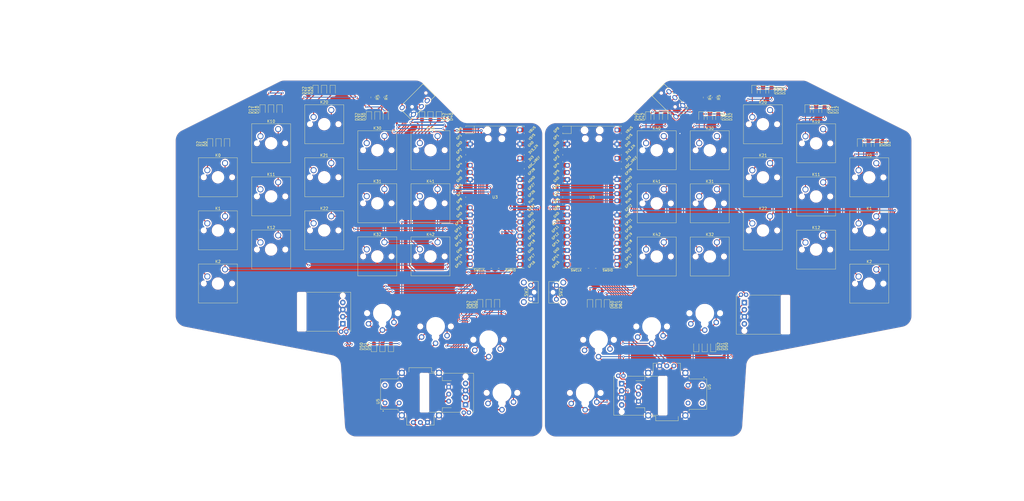
<source format=kicad_pcb>
(kicad_pcb (version 20221018) (generator pcbnew)
  (layers (0 "F.Cu" signal) (31 "B.Cu" signal) (34 "B.Paste" user) (35 "F.Paste" user) (36 "B.SilkS" user "B.Silkscreen") (37 "F.SilkS" user "F.Silkscreen") (38 "B.Mask" user) (39 "F.Mask" user) (44 "Edge.Cuts" user))
  (net 0 "")
  (net 1 "Row0")
  (net 2 "Row1")
  (net 3 "Row2")
  (net 4 "Col0")
  (net 5 "Col1")
  (net 6 "Net-(D0-A)")
  (net 7 "Net-(D1-A)")
  (net 8 "Net-(D60-A)")
  (net 9 "Net-(D2-A)")
  (net 10 "SDA")
  (net 11 "VCC")
  (net 12 "SCL")
  (net 13 "Col2")
  (net 14 "GND")
  (net 15 "Col5")
  (net 16 "Col4")
  (net 17 "Col3")
  (net 18 "Net-(D61-A)")
  (net 19 "Net-(D10-A)")
  (net 20 "Net-(D11-A)")
  (net 21 "Net-(D12-A)")
  (net 22 "Net-(D20-A)")
  (net 23 "Net-(D21-A)")
  (net 24 "Net-(D22-A)")
  (net 25 "Net-(D30-A)")
  (net 26 "Net-(D31-A)")
  (net 27 "Net-(D32-A)")
  (net 28 "Net-(D40-A)")
  (net 29 "Net-(D41-A)")
  (net 30 "Net-(D42-A)")
  (net 31 "Net-(D50-A)")
  (net 32 "Net-(D51-A)")
  (net 33 "KJoyButO")
  (net 34 "Col6")
  (net 35 "KRotA")
  (net 36 "KRotB")
  (net 37 "KRotButO")
  (net 47 "Net-(U3-RUN)")
  (net 48 "Axis1")
  (net 49 "Axis2")
  (net 53 "+3.3V")
  (footprint "Button_Switch_Keyboard:SW_Cherry_MX_1.00u_PCB" (layer "F.Cu") (at 124.818473 71.295314)
    (fp_text reference "K41")
    (fp_text value "K41")
  )
  (footprint "Diode_SMD:D_0805_2012Metric_Pad1.15x1.40mm_HandSolder" (layer "F.Cu") (at 185.575521 112.746676 -90)
    (fp_text reference "D62")
    (fp_text value "D62")
  )
  (footprint "Diode_SMD:D_0805_2012Metric_Pad1.15x1.40mm_HandSolder" (layer "F.Cu") (at 81.099151 35.93105 -90)
    (fp_text reference "D22")
    (fp_text value "D22")
  )
  (footprint "Resistor_SMD:R_0805_2012Metric_Pad1.20x1.40mm_HandSolder" (layer "F.Cu") (at 220.879498 38.434499 -90)
    (fp_text reference "R4")
    (fp_text value "5k")
  )
  (footprint "Digi:TRRS-PJ-320A-no-Fmask" (layer "F.Cu") (at 203.915661 35.713752 45)
    (fp_text reference "U2")
    (fp_text value "TRRS")
  )
  (footprint "PS5:XDCR_COM-09032" (layer "F.Cu") (at 118.663055 144.797659 90)
    (fp_text reference "U5")
    (fp_text value "COM-09032")
  )
  (footprint "Diode_SMD:D_0805_2012Metric_Pad1.15x1.40mm_HandSolder" (layer "F.Cu") (at 179.495515 112.746677 -90)
    (fp_text reference "D60")
    (fp_text value "D60")
  )
  (footprint "Diode_SMD:D_0805_2012Metric_Pad1.15x1.40mm_HandSolder" (layer "F.Cu") (at 103.216651 45.346959 -90)
    (fp_text reference "D31")
    (fp_text value "D31")
  )
  (footprint "misc:Low-Profile-Choc-MX" (layer "F.Cu") (at 124.097851 120.52816)
    (fp_text reference "K51")
    (fp_text value "K51" hide)
  )
  (footprint "misc:Low-Profile-Choc-MX" (layer "F.Cu") (at 182.528619 125.3192)
    (fp_text reference "K60")
    (fp_text value "K50" hide)
  )
  (footprint "misc:RPi_Pico_SMD_TH_reduced" (layer "F.Cu") (at 145.431331 74.166054)
    (fp_text reference "U3")
    (fp_text value "Pico")
  )
  (footprint "Diode_SMD:D_0805_2012Metric_Pad1.15x1.40mm_HandSolder" (layer "F.Cu") (at 223.66862 127.727998 90)
    (fp_text reference "D50")
    (fp_text value "D50")
  )
  (footprint "Button_Switch_Keyboard:SW_Cherry_MX_1.00u_PCB" (layer "F.Cu") (at 263.095498 68.847353)
    (fp_text reference "K11")
    (fp_text value "K11")
  )
  (footprint "Button_Switch_Keyboard:SW_Cherry_MX_1.00u_PCB" (layer "F.Cu") (at 244.042997 81.039351)
    (fp_text reference "K22")
    (fp_text value "K22")
  )
  (footprint "misc:RPi_Pico_SMD_TH_reduced" (layer "F.Cu") (at 180.24514 74.194594)
    (fp_text reference "U3")
    (fp_text value "Pico")
  )
  (footprint "misc:EVQWGD001" (layer "F.Cu") (at 84.710474 112.557359 180)
    (fp_text reference "RSW1B1" hide)
    (fp_text value "Rotary_Encoder_Switch")
    (fp_line (start 6.9 -9.275) (end 6.9 3.875) (stroke (width 0.05)) (layer "Edge.Cuts"))
    (fp_line (start 7.425 4.4) (end 9.775 4.4) (stroke (width 0.05)) (layer "Edge.Cuts"))
    (fp_line (start 9.775 -9.8) (end 7.425 -9.8) (stroke (width 0.05)) (layer "Edge.Cuts"))
    (fp_line (start 10.3 3.875) (end 10.3 -9.275) (stroke (width 0.05)) (layer "Edge.Cuts"))
    (fp_arc (start 6.9 -9.275) (mid 7.053769 -9.646231) (end 7.425 -9.8) (stroke (width 0.05)) (layer "Edge.Cuts"))
    (fp_arc (start 7.425 4.4) (mid 7.053769 4.246231) (end 6.9 3.875) (stroke (width 0.05)) (layer "Edge.Cuts"))
    (fp_arc (start 9.775 -9.8) (mid 10.146231 -9.646231) (end 10.3 -9.275) (stroke (width 0.05)) (layer "Edge.Cuts"))
    (fp_arc (start 10.3 3.875) (mid 10.146231 4.246231) (end 9.775 4.4) (stroke (width 0.05)) (layer "Edge.Cuts"))
  )
  (footprint "Diode_SMD:D_0805_2012Metric_Pad1.15x1.40mm_HandSolder" (layer "F.Cu") (at 106.256656 45.346959 -90)
    (fp_text reference "D30")
    (fp_text value "D30")
  )
  (footprint "misc:EVQWGD001" (layer "F.Cu") (at 128.716474 141.589458 180)
    (fp_text reference "RSW1A1" hide)
    (fp_text value "Rotary_Encoder_Switch")
    (fp_line (start 6.9 -9.275) (end 6.9 3.875) (stroke (width 0.05)) (layer "Edge.Cuts"))
    (fp_line (start 7.425 4.4) (end 9.775 4.4) (stroke (width 0.05)) (layer "Edge.Cuts"))
    (fp_line (start 9.775 -9.8) (end 7.425 -9.8) (stroke (width 0.05)) (layer "Edge.Cuts"))
    (fp_line (start 10.3 3.875) (end 10.3 -9.275) (stroke (width 0.05)) (layer "Edge.Cuts"))
    (fp_arc (start 6.9 -9.275) (mid 7.053769 -9.646231) (end 7.425 -9.8) (stroke (width 0.05)) (layer "Edge.Cuts"))
    (fp_arc (start 7.425 4.4) (mid 7.053769 4.246231) (end 6.9 3.875) (stroke (width 0.05)) (layer "Edge.Cuts"))
    (fp_arc (start 9.775 -9.8) (mid 10.146231 -9.646231) (end 10.3 -9.275) (stroke (width 0.05)) (layer "Edge.Cuts"))
    (fp_arc (start 10.3 3.875) (mid 10.146231 4.246231) (end 9.775 4.4) (stroke (width 0.05)) (layer "Edge.Cuts"))
  )
  (footprint "Diode_SMD:D_0805_2012Metric_Pad1.15x1.40mm_HandSolder" (layer "F.Cu") (at 65.111658 42.861957 -90)
    (fp_text reference "D11")
    (fp_text value "D11")
  )
  (footprint "Diode_SMD:D_0805_2012Metric_Pad1.15x1.40mm_HandSolder" (layer "F.Cu") (at 222.45982 45.375499 -90)
    (fp_text reference "D31")
    (fp_text value "D31")
  )
  (footprint "Diode_SMD:D_0805_2012Metric_Pad1.15x1.40mm_HandSolder" (layer "F.Cu") (at 68.151652 42.861956 -90)
    (fp_text reference "D10")
    (fp_text value "D10")
  )
  (footprint "Button_Switch_Keyboard:SW_Cherry_MX_1.00u_PCB" (layer "F.Cu") (at 224.990496 52.273855)
    (fp_text reference "K30")
    (fp_text value "K30")
  )
  (footprint "Button_Switch_Keyboard:SW_Cherry_MX_1.00u_PCB" (layer "F.Cu") (at 205.937995 52.273855)
    (fp_text reference "K40")
    (fp_text value "K40")
  )
  (footprint "Button_Switch_Keyboard:SW_Cherry_MX_1.00u_PCB" (layer "F.Cu") (at 48.608476 81.010815)
    (fp_text reference "K1")
    (fp_text value "K01")
  )
  (footprint "Button_Switch_Keyboard:SW_Cherry_MX_1.00u_PCB" (layer "F.Cu") (at 67.660974 87.868811)
    (fp_text reference "K12")
    (fp_text value "K12")
  )
  (footprint "Diode_SMD:D_0805_2012Metric_Pad1.15x1.40mm_HandSolder" (layer "F.Cu") (at 140.107848 112.728459 -90)
    (fp_text reference "D62")
    (fp_text value "D62")
  )
  (footprint "Button_Switch_Keyboard:SW_Cherry_MX_1.00u_PCB" (layer "F.Cu") (at 263.095497 49.797353)
    (fp_text reference "K10")
    (fp_text value "K10")
  )
  (footprint "Button_Switch_Keyboard:SW_Cherry_MX_1.00u_PCB" (layer "F.Cu") (at 48.608472 61.960812)
    (fp_text reference "K0")
    (fp_text value "K00")
  )
  (footprint "Button_Switch_Keyboard:SW_Cherry_MX_1.00u_PCB" (layer "F.Cu") (at 224.990502 90.373849)
    (fp_text reference "K32")
    (fp_text value "K32")
  )
  (footprint "Button_Switch_Keyboard:SW_Cherry_MX_1.00u_PCB" (layer "F.Cu") (at 124.818476 52.245315)
    (fp_text reference "K40")
    (fp_text value "K40")
  )
  (footprint "Digi:TRRS-PJ-320A-no-Fmask" (layer "F.Cu") (at 121.76081 35.685212 -45)
    (fp_text reference "U2")
    (fp_text value "TRRS")
  )
  (footprint "Diode_SMD:D_0805_2012Metric_Pad1.15x1.40mm_HandSolder" (layer "F.Cu") (at 143.147852 112.728458 -90)
    (fp_text reference "D61")
    (fp_text value "D61")
  )
  (footprint "Diode_SMD:D_0805_2012Metric_Pad1.15x1.40mm_HandSolder" (layer "F.Cu") (at 87.229156 35.93105 -90)
    (fp_text reference "D20")
    (fp_text value "D20")
  )
  (footprint "misc:EVQWGD001" (layer "F.Cu") (at 240.965997 119.002499)
    (fp_text reference "RSW1B1" hide)
    (fp_text value "Rotary_Encoder_Switch")
    (fp_line (start 6.9 -9.275) (end 6.9 3.875) (stroke (width 0.05)) (layer "Edge.Cuts"))
    (fp_line (start 7.425 4.4) (end 9.775 4.4) (stroke (width 0.05)) (layer "Edge.Cuts"))
    (fp_line (start 9.775 -9.8) (end 7.425 -9.8) (stroke (width 0.05)) (layer "Edge.Cuts"))
    (fp_line (start 10.3 3.875) (end 10.3 -9.275) (stroke (width 0.05)) (layer "Edge.Cuts"))
    (fp_arc (start 6.9 -9.275) (mid 7.053769 -9.646231) (end 7.425 -9.8) (stroke (width 0.05)) (layer "Edge.Cuts"))
    (fp_arc (start 7.425 4.4) (mid 7.053769 4.246231) (end 6.9 3.875) (stroke (width 0.05)) (layer "Edge.Cuts"))
    (fp_arc (start 9.775 -9.8) (mid 10.146231 -9.646231) (end 10.3 -9.275) (stroke (width 0.05)) (layer "Edge.Cuts"))
    (fp_arc (start 10.3 3.875) (mid 10.146231 4.246231) (end 9.775 4.4) (stroke (width 0.05)) (layer "Edge.Cuts"))
  )
  (footprint "Diode_SMD:D_0805_2012Metric_Pad1.15x1.40mm_HandSolder" (layer "F.Cu") (at 108.087849 127.699458 90)
    (fp_text reference "D52")
    (fp_text value "D52")
  )
  (footprint "Diode_SMD:D_0805_2012Metric_Pad1.15x1.40mm_HandSolder" (layer "F.Cu") (at 260.564813 42.890497 -90)
    (fp_text reference "D11")
    (fp_text value "D11")
  )
  (footprint "Diode_SMD:D_0805_2012Metric_Pad1.15x1.40mm_HandSolder" (layer "F.Cu") (at 263.604821 42.890497 -90)
    (fp_text reference "D12")
    (fp_text value "D12")
  )
  (footprint "Button_Switch_Keyboard:SW_Cherry_MX_1.00u_PCB" (layer "F.Cu") (at 105.765975 52.245315)
    (fp_text reference "K30")
    (fp_text value "K30")
  )
  (footprint "misc:Low-Profile-Choc-MX" (layer "F.Cu") (at 105.047851 115.765659)
    (fp_text reference "K50")
    (fp_text value "K50" hide)
  )
  (footprint "Diode_SMD:D_0805_2012Metric_Pad1.15x1.40mm_HandSolder" (layer "F.Cu") (at 49.337248 55.033334 -90)
    (fp_text reference "D0")
    (fp_text value "D00")
  )
  (footprint "Diode_SMD:D_0805_2012Metric_Pad1.15x1.40mm_HandSolder" (layer "F.Cu") (at 279.37922 55.061876 -90)
    (fp_text reference "D1")
    (fp_text value "D01")
  )
  (footprint "Diode_SMD:D_0805_2012Metric_Pad1.15x1.40mm_HandSolder" (layer "F.Cu") (at 220.628622 127.727997 90)
    (fp_text reference "D51")
    (fp_text value "D51")
  )
  (footprint "Button_Switch_Keyboard:SW_Cherry_MX_1.00u_PCB" (layer "F.Cu") (at 205.937998 71.323854)
    (fp_text reference "K41")
    (fp_text value "K41")
  )
  (footprint "Diode_SMD:D_0805_2012Metric_Pad1.15x1.40mm_HandSolder" (layer "F.Cu") (at 282.419223 55.061875 -90)
    (fp_text reference "D2")
    (fp_text value "D02")
  )
  (footprint "Diode_SMD:D_0805_2012Metric_Pad1.15x1.40mm_HandSolder" (layer "F.Cu") (at 182.535519 112.746678 -90)
    (fp_text reference "D61")
    (fp_text value "D61")
  )
  (footprint "Diode_SMD:D_0805_2012Metric_Pad1.15x1.40mm_HandSolder" (layer "F.Cu") (at 125.309154 45.346957 -90)
    (fp_text reference "D40")
    (fp_text value "D40")
  )
  (footprint "Diode_SMD:D_0805_2012Metric_Pad1.15x1.40mm_HandSolder" (layer "F.Cu") (at 84.139155 35.931049 -90)
    (fp_text reference "D21")
    (fp_text value "D21")
  )
  (footprint "Diode_SMD:D_0805_2012Metric_Pad1.15x1.40mm_HandSolder" (layer "F.Cu") (at 46.297251 55.033336 -90)
    (fp_text reference "D1")
    (fp_text value "D01")
  )
  (footprint "Digi:SW_Tactile_SPST_Angled_MJTP1117" (layer "F.Cu") (at 158.232933 105.758065 -90)
    (fp_text reference "SW2")
    (fp_text value "SW_Push_45deg")
  )
  (footprint "Resistor_SMD:R_0805_2012Metric_Pad1.20x1.40mm_HandSolder" (layer "F.Cu") (at 101.654974 38.405959 -90)
    (fp_text reference "R5")
    (fp_text value "5k")
  )
  (footprint "Diode_SMD:D_0805_2012Metric_Pad1.15x1.40mm_HandSolder" (layer "F.Cu") (at 217.588622 127.727998 90)
    (fp_text reference "D52")
    (fp_text value "D52")
  )
  (footprint "Diode_SMD:D_0805_2012Metric_Pad1.15x1.40mm_HandSolder" (layer "F.Cu") (at 244.57732 35.95959 -90)
    (fp_text reference "D22")
    (fp_text value "D22")
  )
  (footprint "Button_Switch_Keyboard:SW_Cherry_MX_1.00u_PCB" (layer "F.Cu") (at 105.765972 71.295315)
    (fp_text reference "K31")
    (fp_text value "K31")
  )
  (footprint "Button_Switch_Keyboard:SW_Cherry_MX_1.00u_PCB" (layer "F.Cu") (at 263.095497 87.897351)
    (fp_text reference "K12")
    (fp_text value "K12")
  )
  (footprint "misc:Low-Profile-Choc-MX" (layer "F.Cu") (at 201.57862 120.5567)
    (fp_text reference "K51")
    (fp_text value "K51" hide)
  )
  (footprint "Diode_SMD:D_0805_2012Metric_Pad1.15x1.40mm_HandSolder" (layer "F.Cu") (at 119.229155 45.346957 -90)
    (fp_text reference "D42")
    (fp_text value "D42")
  )
  (footprint "misc:EVQWGD001" (layer "F.Cu") (at 196.959997 148.067998)
    (fp_text reference "RSW1A1" hide)
    (fp_text value "Rotary_Encoder_Switch")
    (fp_line (start 6.9 -9.275) (end 6.9 3.875) (stroke (width 0.05)) (layer "Edge.Cuts"))
    (fp_line (start 7.425 4.4) (end 9.775 4.4) (stroke (width 0.05)) (layer "Edge.Cuts"))
    (fp_line (start 9.775 -9.8) (end 7.425 -9.8) (stroke (width 0.05)) (layer "Edge.Cuts"))
    (fp_line (start 10.3 3.875) (end 10.3 -9.275) (stroke (width 0.05)) (layer "Edge.Cuts"))
    (fp_arc (start 6.9 -9.275) (mid 7.053769 -9.646231) (end 7.425 -9.8) (stroke (width 0.05)) (layer "Edge.Cuts"))
    (fp_arc (start 7.425 4.4) (mid 7.053769 4.246231) (end 6.9 3.875) (stroke (width 0.05)) (layer "Edge.Cuts"))
    (fp_arc (start 9.775 -9.8) (mid 10.146231 -9.646231) (end 10.3 -9.275) (stroke (width 0.05)) (layer "Edge.Cuts"))
    (fp_arc (start 10.3 3.875) (mid 10.146231 4.246231) (end 9.775 4.4) (stroke (width 0.05)) (layer "Edge.Cuts"))
  )
  (footprint "Button_Switch_Keyboard:SW_Cherry_MX_1.00u_PCB" (layer "F.Cu") (at 205.937999 90.373854)
    (fp_text reference "K42")
    (fp_text value "K42")
  )
  (footprint "Diode_SMD:D_0805_2012Metric_Pad1.15x1.40mm_HandSolder" (layer "F.Cu") (at 102.007851 127.699458 90)
    (fp_text reference "D50")
    (fp_text value "D50")
  )
  (footprint "misc:Low-Profile-Choc-MX" (layer "F.Cu") (at 143.147852 125.29066)
    (fp_text reference "K60")
    (fp_text value "K50" hide)
  )
  (footprint "Diode_SMD:D_0805_2012Metric_Pad1.15x1.40mm_HandSolder" (layer "F.Cu") (at 219.419815 45.375499 -90)
    (fp_text reference "D30")
    (fp_text value "D30")
  )
  (footprint "Diode_SMD:D_0805_2012Metric_Pad1.15x1.40mm_HandSolder" (layer "F.Cu") (at 203.407314 45.375496 -90)
    (fp_text reference "D41")
    (fp_text value "D41")
  )
  (footprint "Diode_SMD:D_0805_2012Metric_Pad1.15x1.40mm_HandSolder" (layer "F.Cu") (at 276.339223 55.061874 -90)
    (fp_text reference "D0")
    (fp_text value "D00")
  )
  (footprint "Button_Switch_Keyboard:SW_Cherry_MX_1.00u_PCB" (layer "F.Cu") (at 67.660974 49.768813)
    (fp_text reference "K10")
    (fp_text value "K10")
  )
  (footprint "Button_Switch_Keyboard:SW_Cherry_MX_1.00u_PCB" (layer "F.Cu") (at 124.818472 90.345314)
    (fp_text reference "K42")
    (fp_text value "K42")
  )
  (footprint "misc:Low-Profile-Choc-MX" (layer "F.Cu") (at 220.62862 115.794199)
    (fp_text reference "K50")
    (fp_text value "K50" hide)
  )
  (footprint "Button_Switch_Keyboard:SW_Cherry_MX_1.00u_PCB" (layer "F.Cu") (at 244.042997 61.98935)
    (fp_text reference "K21")
    (fp_text value "K21")
  )
  (footprint "Button_Switch_Keyboard:SW_Cherry_MX_1.00u_PCB" (layer "F.Cu") (at 86.713474 61.96081)
    (fp_text reference "K21")
    (fp_text value "K21")
  )
  (footprint "Diode_SMD:D_0805_2012Metric_Pad1.15x1.40mm_HandSolder" (layer "F.Cu") (at 225.499815 45.375497 -90)
    (fp_text reference "D32")
    (fp_text value "D32")
  )
  (footprint "Diode_SMD:D_0805_2012Metric_Pad1.15x1.40mm_HandSolder" (layer "F.Cu") (at 100.176656 45.346957 -90)
    (fp_text reference "D32")
    (fp_text value "D32")
  )
  (footprint "Button_Switch_Keyboard:SW_Cherry_MX_1.00u_PCB" (layer "F.Cu") (at 105.765969 90.345309)
    (fp_text reference "K32")
    (fp_text value "K32")
  )
  (footprint "Button_Switch_Keyboard:SW_Cherry_MX_1.00u_PCB" (layer "F.Cu") (at 48.608473 100.060812)
    (fp_text reference "K2")
    (fp_text value "K02")
  )
  (footprint "Diode_SMD:D_0805_2012Metric_Pad1.15x1.40mm_HandSolder" (layer "F.Cu") (at 238.447315 35.95959 -90)
    (fp_text reference "D20")
    (fp_text value "D20")
  )
  (footprint "Diode_SMD:D_0805_2012Metric_Pad1.15x1.40mm_HandSolder" (layer "F.Cu") (at 200.367317 45.375497 -90)
    (fp_text reference "D40")
    (fp_text value "D40")
  )
  (footprint "misc:Low-Profile-Choc-MX" (layer "F.Cu") (at 177.766122 144.369198)
    (fp_text reference "K61")
    (fp_text value "K51" hide)
  )
  (footprint "Diode_SMD:D_0805_2012Metric_Pad1.15x1.40mm_HandSolder" (layer "F.Cu") (at 257.524819 42.890496 -90)
    (fp_text reference "D10")
    (fp_text value "D10")
  )
  (footprint "Diode_SMD:D_0805_2012Metric_Pad1.15x1.40mm_HandSolder" (layer "F.Cu") (at 241.537316 35.959589 -90)
    (fp_text reference "D21")
    (fp_text value "D21")
  )
  (footprint "Button_Switch_Keyboard:SW_Cherry_MX_1.00u_PCB" (layer "F.Cu") (at 86.713474 81.010811)
    (fp_text reference "K22")
    (fp_text value "K22")
  )
  (footprint "Resistor_SMD:R_0805_2012Metric_Pad1.20x1.40mm_HandSolder" (layer "F.Cu") (at 224.021497 38.434499 -90)
    (fp_text reference "R5")
    (fp_text value "5k")
  )
  (footprint "Diode_SMD:D_0805_2012Metric_Pad1.15x1.40mm_HandSolder" (layer "F.Cu") (at 62.07165 42.861957 -90)
    (fp_text reference "D12")
    (fp_text value "D12")
  )
  (footprint "Resistor_SMD:R_0805_2012Metric_Pad1.20x1.40mm_HandSolder" (layer "F.Cu") (at 104.796973 38.405959 -90)
    (fp_text reference "R4")
    (fp_text value "5k")
  )
  (footprint "Button_Switch_Keyboard:SW_Cherry_MX_1.00u_PCB" (layer "F.Cu") (at 282.147999 61.989352)
    (fp_text reference "K0")
    (fp_text value "K00")
  )
  (footprint "Button_Switch_Keyboard:SW_Cherry_MX_1.00u_PCB" (layer "F.Cu") (at 224.990499 71.323855)
    (fp_text reference "K31")
    (fp_text value "K31")
  )
  (footprint "Button_Switch_Keyboard:SW_Cherry_MX_1.00u_PCB" (layer "F.Cu") (at 244.043001 42.939351)
    (fp_text reference "K20")
    (fp_text value "K20")
  )
  (footprint "Button_Switch_Keyboard:SW_Cherry_MX_1.00u_PCB" (layer "F.Cu") (at 67.660973 68.818813)
    (fp_text reference "K11")
    (fp_text value "K11")
  )
  (footprint "Button_Switch_Keyboard:SW_Cherry_MX_1.00u_PCB" (layer "F.Cu") (at 86.71347 42.910811)
    (fp_text reference "K20")
    (fp_text value "K20")
  )
  (footprint "PS5:XDCR_COM-09032" (layer "F.Cu") (at 207.013416 144.826199 -90)
    (fp_text reference "U5")
    (fp_text value "COM-09032")
  )
  (footprint "Button_Switch_Keyboard:SW_Cherry_MX_1.00u_PCB" (layer "F.Cu") (at 282.147995 81.039355)
    (fp_text reference "K1")
    (fp_text value "K01")
  )
  (footprint "misc:Low-Profile-Choc-MX" (layer "F.Cu") (at 147.910349 144.340658)
    (fp_text reference "K61")
    (fp_text value "K51" hide)
  )
  (footprint "Button_Switch_Keyboard:SW_Cherry_MX_1.00u_PCB" (layer "F.Cu") (at 282.147998 100.089352)
    (fp_text reference "K2")
    (fp_text value "K02")
  )
  (footprint "Digi:SW_Tactile_SPST_Angled_MJTP1117" (layer "F.Cu") (at 167.423538 110.786605 90)
    (fp_text reference "SW2")
    (fp_text value "SW_Push_45deg")
  )
  (footprint "Diode_SMD:D_0805_2012Metric_Pad1.15x1.40mm_HandSolder" (layer "F.Cu") (at 146.187854 112.728461 -90)
    (fp_text reference "D60")
    (fp_text value "D60")
  )
  (footprint "Diode_SMD:D_0805_2012Metric_Pad1.15x1.40mm_HandSolder" (layer "F.Cu") (at 206.447316 45.375497 -90)
    (fp_text reference "D42")
    (fp_text value "D42")
  )
  (footprint "Diode_SMD:D_0805_2012Metric_Pad1.15x1.40mm_HandSolder" (layer "F.Cu") (at 105.047849 127.699457 90)
    (fp_text reference "D51")
    (fp_text value "D51")
  )
  (footprint "Diode_SMD:D_0805_2012Metric_Pad1.15x1.40mm_HandSolder" (layer "F.Cu") (at 122.269157 45.346956 -90)
    (fp_text reference "D41")
    (fp_text value "D41")
  )
  (footprint "Diode_SMD:D_0805_2012Metric_Pad1.15x1.40mm_HandSolder" (layer "F.Cu") (at 43.257248 55.033335 -90)
    (fp_text reference "D2")
    (fp_text value "D02")
  )
  (gr_line (start 132.609899 46.419886) (end 119.713047 33.523029) (stroke (width 0.05)) (layer "Edge.Cuts"))
  (gr_line (start 90.171498 134.486819) (end 91.622548 156.252534) (stroke (width 0.05)) (layer "Edge.Cuts"))
  (gr_arc (start 205.963424 33.551569) (mid 207.261127 32.684505) (end 208.791853 32.379996) (stroke (width 0.05)) (layer "Edge.Cuts"))
  (gr_line (start 234.053923 156.281074) (end 235.504973 134.515359) (stroke (width 0.05)) (layer "Edge.Cuts"))
  (gr_arc (start 294.764996 116.709959) (mid 293.850451 119.255476) (end 291.525083 120.637079) (stroke (width 0.05)) (layer "Edge.Cuts"))
  (gr_line (start 158.356477 47.591458) (end 135.438329 47.591459) (stroke (width 0.05)) (layer "Edge.Cuts"))
  (gr_arc (start 193.066572 46.448426) (mid 191.768869 47.31549) (end 190.238142 47.619999) (stroke (width 0.05)) (layer "Edge.Cuts"))
  (gr_arc (start 68.166893 32.773748) (mid 69.036734 32.458459) (end 69.955745 32.351456) (stroke (width 0.05)) (layer "Edge.Cuts"))
  (gr_arc (start 135.438329 47.591459) (mid 133.9076 47.286963) (end 132.609899 46.419886) (stroke (width 0.05)) (layer "Edge.Cuts"))
  (gr_line (start 30.911474 53.873593) (end 30.911475 116.681419) (stroke (width 0.05)) (layer "Edge.Cuts"))
  (gr_line (start 34.151388 120.608539) (end 86.94044 130.825777) (stroke (width 0.05)) (layer "Edge.Cuts"))
  (gr_arc (start 86.94044 130.825777) (mid 89.179385 132.106091) (end 90.171498 134.486819) (stroke (width 0.05)) (layer "Edge.Cuts"))
  (gr_line (start 95.613683 159.986459) (end 158.356473 159.98646) (stroke (width 0.05)) (layer "Edge.Cuts"))
  (gr_line (start 162.356472 155.986455) (end 162.356473 51.591457) (stroke (width 0.05)) (layer "Edge.Cuts"))
  (gr_arc (start 95.613683 159.986459) (mid 92.88097 158.907434) (end 91.622548 156.252534) (stroke (width 0.05)) (layer "Edge.Cuts"))
  (gr_arc (start 255.720726 32.379996) (mid 256.63974 32.486989) (end 257.509578 32.802288) (stroke (width 0.05)) (layer "Edge.Cuts"))
  (gr_arc (start 292.553854 50.324425) (mid 294.167628 51.799197) (end 294.764997 53.902133) (stroke (width 0.05)) (layer "Edge.Cuts"))
  (gr_arc (start 167.319998 160.015) (mid 164.49157 158.843425) (end 163.319999 156.014995) (stroke (width 0.05)) (layer "Edge.Cuts"))
  (gr_line (start 294.764996 116.709959) (end 294.764997 53.902133) (stroke (width 0.05)) (layer "Edge.Cuts"))
  (gr_line (start 167.319998 160.015) (end 230.062788 160.014999) (stroke (width 0.05)) (layer "Edge.Cuts"))
  (gr_arc (start 116.884618 32.351456) (mid 118.415341 32.655962) (end 119.713047 33.523029) (stroke (width 0.05)) (layer "Edge.Cuts"))
  (gr_arc (start 235.504973 134.515359) (mid 236.497046 132.134601) (end 238.736031 130.854317) (stroke (width 0.05)) (layer "Edge.Cuts"))
  (gr_line (start 116.884618 32.351456) (end 69.955745 32.351456) (stroke (width 0.05)) (layer "Edge.Cuts"))
  (gr_line (start 292.553854 50.324425) (end 257.509578 32.802288) (stroke (width 0.05)) (layer "Edge.Cuts"))
  (gr_line (start 238.736031 130.854317) (end 291.525083 120.637079) (stroke (width 0.05)) (layer "Edge.Cuts"))
  (gr_arc (start 162.356472 155.986455) (mid 161.184914 158.814901) (end 158.356473 159.98646) (stroke (width 0.05)) (layer "Edge.Cuts"))
  (gr_line (start 190.238142 47.619999) (end 167.319994 47.619998) (stroke (width 0.05)) (layer "Edge.Cuts"))
  (gr_arc (start 234.053923 156.281074) (mid 232.79552 158.935976) (end 230.062788 160.014999) (stroke (width 0.05)) (layer "Edge.Cuts"))
  (gr_line (start 205.963424 33.551569) (end 193.066572 46.448426) (stroke (width 0.05)) (layer "Edge.Cuts"))
  (gr_arc (start 163.319998 51.619997) (mid 164.49157 48.791573) (end 167.319994 47.619998) (stroke (width 0.05)) (layer "Edge.Cuts"))
  (gr_arc (start 30.911474 53.873593) (mid 31.508854 51.770659) (end 33.122617 50.295885) (stroke (width 0.05)) (layer "Edge.Cuts"))
  (gr_arc (start 158.356477 47.591458) (mid 161.184933 48.76302) (end 162.356473 51.591457) (stroke (width 0.05)) (layer "Edge.Cuts"))
  (gr_line (start 255.720726 32.379996) (end 208.791853 32.379996) (stroke (width 0.05)) (layer "Edge.Cuts"))
  (gr_line (start 68.166893 32.773748) (end 33.122617 50.295885) (stroke (width 0.05)) (layer "Edge.Cuts"))
  (gr_line (start 163.319998 51.619997) (end 163.319999 156.014995) (stroke (width 0.05)) (layer "Edge.Cuts"))
  (gr_arc (start 34.151388 120.608539) (mid 31.826003 119.226965) (end 30.911475 116.681419) (stroke (width 0.05)) (layer "Edge.Cuts"))
  (segment (start 285.737999 54.02) (end 286.44 54.02) (width 0.35) (layer "F.Cu") (net 1))
  (segment (start 283.23 108.84) (end 254.86236 108.84) (width 0.35) (layer "F.Cu") (net 1))
  (segment (start 92.33605 34.90605) (end 87.229156 34.90605) (width 0.35) (layer "F.Cu") (net 1))
  (segment (start 154.321331 98.296054) (end 151.547387 101.069998) (width 0.35) (layer "F.Cu") (net 1))
  (segment (start 195.904675 93.365059) (end 190.94514 98.324594) (width 0.35) (layer "F.Cu") (net 1))
  (segment (start 106.975 49.981217) (end 106.975 51.297664) (width 0.35) (layer "F.Cu") (net 1))
  (segment (start 99.25 41.82) (end 92.33605 34.90605) (width 0.35) (layer "F.Cu") (net 1))
  (segment (start 115.142623 48.04116) (end 115.142623 47.36912) (width 0.35) (layer "F.Cu") (net 1))
  (segment (start 199.667317 44.350497) (end 195.745 48.272814) (width 0.35) (layer "F.Cu") (net 1))
  (segment (start 106.975 51.297664) (end 107.290975 51.613639) (width 0.35) (layer "F.Cu") (net 1))
  (segment (start 227.40362 116.322321) (end 227.42 116.338701) (width 0.35) (layer "F.Cu") (net 1))
  (segment (start 73.483044 41.836956) (end 77 38.32) (width 0.35) (layer "F.Cu") (net 1))
  (segment (start 106.256656 43.690439) (end 105.955676 43.389459) (width 0.35) (layer "F.Cu") (net 1))
  (segment (start 67.101651 42.886957) (end 61.335128 42.886957) (width 0.35) (layer "F.Cu") (net 1))
  (segment (start 107.2 47.165137) (end 107.2 49.756217) (width 0.35) (layer "F.Cu") (net 1))
  (segment (start 238.447315 34.93459) (end 239.95459 34.93459) (width 0.35) (layer "F.Cu") (net 1))
  (segment (start 254.86236 108.84) (end 251.05236 105.03) (width 0.35) (layer "F.Cu") (net 1))
  (segment (start 134.925 124.513334) (end 128.918334 130.52) (width 0.35) (layer "F.Cu") (net 1))
  (segment (start 47.75 52.421086) (end 49.337248 54.008334) (width 0.35) (layer "F.Cu") (net 1))
  (segment (start 257.524819 41.865496) (end 258.994504 41.865496) (width 0.35) (layer "F.Cu") (net 1))
  (segment (start 118.25 49.82) (end 118.25 48.32) (width 0.35) (layer "F.Cu") (net 1))
  (segment (start 106.256656 44.321959) (end 106.256656 43.690439) (width 0.35) (layer "F.Cu") (net 1))
  (segment (start 190.94514 98.324594) (end 189.13514 98.324594) (width 0.35) (layer "F.Cu") (net 1))
  (segment (start 116.999593 101.069593) (end 114.723476 98.793476) (width 0.35) (layer "F.Cu") (net 1))
  (segment (start 61.335128 42.886957) (end 60.94665 43.275435) (width 0.35) (layer "F.Cu") (net 1))
  (segment (start 118.25 48.32) (end 117.29912 47.36912) (width 0.35) (layer "F.Cu") (net 1))
  (segment (start 195.745 48.272814) (end 195.745 78.158649) (width 0.35) (layer "F.Cu") (net 1))
  (segment (start 128.918334 130.52) (end 103.803392 130.52) (width 0.35) (layer "F.Cu") (net 1))
  (segment (start 249.57 34.94) (end 256.495496 41.865496) (width 0.35) (layer "F.Cu") (net 1))
  (segment (start 276.339223 53.14595) (end 265.076418 41.883145) (width 0.35) (layer "F.Cu") (net 1))
  (segment (start 218.639316 43.57) (end 219.419815 44.350499) (width 0.35) (layer "F.Cu") (net 1))
  (segment (start 108.161217 52.845) (end 110.338783 52.845) (width 0.35) (layer "F.Cu") (net 1))
  (segment (start 215.36 43.56) (end 215.37 43.57) (width 0.35) (layer "F.Cu") (net 1))
  (segment (start 154.321328 98.296052) (end 146.187852 106.429531) (width 0.35) (layer "F.Cu") (net 1))
  (segment (start 68.151652 41.836956) (end 67.101651 42.886957) (width 0.35) (layer "F.Cu") (net 1))
  (segment (start 107.381656 46.983481) (end 107.2 47.165137) (width 0.35) (layer "F.Cu") (net 1))
  (segment (start 146.187854 111.703461) (end 145.062854 112.828461) (width 0.35) (layer "F.Cu") (net 1))
  (segment (start 103.803392 130.52) (end 102.007849 128.724457) (width 0.35) (layer "F.Cu") (net 1))
  (segment (start 200.367317 44.350497) (end 199.667317 44.350497) (width 0.35) (layer "F.Cu") (net 1))
  (segment (start 195.26 104.449454) (end 195.26 106.579998) (width 0.35) (layer "F.Cu") (net 1))
  (segment (start 125.25 44.262803) (end 125.309154 44.321957) (width 0.35) (layer "F.Cu") (net 1))
  (segment (start 110.338783 52.845) (end 115.142623 48.04116) (width 0.35) (layer "F.Cu") (net 1))
  (segment (start 220.899501 44.350499) (end 220.91 44.34) (width 0.35) (layer "F.Cu") (net 1))
  (segment (start 276.339223 54.036874) (end 276.339223 53.14595) (width 0.35) (layer "F.Cu") (net 1))
  (segment (start 146.187852 106.429531) (end 146.187852 111.703459) (width 0.35) (layer "F.Cu") (net 1))
  (segment (start 227.42 109.43764) (end 227.40362 109.45402) (width 0.35) (layer "F.Cu") (net 1))
  (segment (start 195.745 78.158649) (end 195.904675 78.318324) (width 0.35) (layer "F.Cu") (net 1))
  (segment (start 107.290975 51.974758) (end 108.161217 52.845) (width 0.35) (layer "F.Cu") (net 1))
  (segment (start 219.419815 44.350499) (end 220.899501 44.350499) (width 0.35) (layer "F.Cu") (net 1))
  (segment (start 106.256656 44.321959) (end 107.2 45.265303) (width 0.35) (layer "F.Cu") (net 1))
  (segment (start 126.251957 44.321957) (end 125.309154 44.321957) (width 0.35) (layer "F.Cu") (net 1))
  (segment (start 56.294565 43.275435) (end 47.75 51.82) (width 0.35) (layer "F.Cu") (net 1))
  (segment (start 134.925 118.258783) (end 134.925 124.513334) (width 0.35) (layer "F.Cu") (net 1))
  (segment (start 128.25 46.32) (end 126.251957 44.321957) (width 0.35) (layer "F.Cu") (net 1))
  (segment (start 236.74541 34.93459) (end 227.355 44.325) (width 0.35) (layer "F.Cu") (net 1))
  (segment (start 151.547387 101.069998) (end 150.89 101.069998) (width 0.35) (layer "F.Cu") (net 1))
  (segment (start 114.723476 53.346524) (end 118.25 49.82) (width 0.35) (layer "F.Cu") (net 1))
  (segment (start 227.42 109.412334) (end 227.42 109.43764) (width 0.35) (layer "F.Cu") (net 1))
  (segment (start 137.438783 115.745) (end 134.925 118.258783) (width 0.35) (layer "F.Cu") (net 1))
  (segment (start 117.29912 47.36912) (end 115.142623 47.36912) (width 0.35) (layer "F.Cu") (net 1))
  (segment (start 239.95459 34.93459) (end 239.97 34.95) (width 0.35) (layer "F.Cu") (net 1))
  (segment (start 226.567002 128.752998) (end 223.66862 128.752998) (width 0.35) (layer "F.Cu") (net 1))
  (segment (start 227.40362 109.45402) (end 227.40362 116.322321) (width 0.35) (layer "F.Cu") (net 1))
  (segment (start 135.825 101.069593) (end 116.999593 101.069593) (width 0.35) (layer "F.Cu") (net 1))
  (segment (start 195.904675 78.318324) (end 195.904675 93.365059) (width 0.35) (layer "F.Cu") (net 1))
  (segment (start 145.062854 114.423506) (end 142.49136 116.995) (width 0.35) (layer "F.Cu") (net 1))
  (segment (start 200.367317 44.350497) (end 201.103097 44.350497) (width 0.35) (layer "F.Cu") (net 1))
  (segment (start 277.96 54) (end 276.376097 54) (width 0.35) (layer "F.Cu") (net 1))
  (segment (start 107.290975 51.613639) (end 107.290975 51.974758) (width 0.35) (layer "F.Cu") (net 1))
  (segment (start 238.447315 34.93459) (end 236.74541 34.93459) (width 0.35) (layer "F.Cu") (net 1))
  (segment (start 114.723476 98.793476) (end 114.723476 53.346524) (width 0.35) (layer "F.Cu") (net 1))
  (segment (start 140.341727 116.995) (end 139.091727 115.745) (width 0.35) (layer "F.Cu") (net 1))
  (segment (start 227.42 127.9) (end 226.567002 128.752998) (width 0.35) (layer "F.Cu") (net 1))
  (segment (start 189.13514 98.324594) (end 195.26 104.449454) (width 0.35) (layer "F.Cu") (net 1))
  (segment (start 215.37 43.57) (end 218.639316 43.57) (width 0.35) (layer "F.Cu") (net 1))
  (segment (start 145.062854 112.828461) (end 145.062854 114.423506) (width 0.35) (layer "F.Cu") (net 1))
  (segment (start 276.376097 54) (end 276.339223 54.036874) (width 0.35) (layer "F.Cu") (net 1))
  (segment (start 286.66 54.24) (end 286.66 105.41) (width 0.35) (layer "F.Cu") (net 1))
  (segment (start 256.495496 41.865496) (end 257.524819 41.865496) (width 0.35) (layer "F.Cu") (net 1))
  (segment (start 286.44 54.02) (end 286.66 54.24) (width 0.35) (layer "F.Cu") (net 1))
  (segment (start 251.05236 105.03) (end 231.802334 105.03) (width 0.35) (layer "F.Cu") (net 1))
  (segment (start 68.151652 41.836956) (end 73.483044 41.836956) (width 0.35) (layer "F.Cu") (net 1))
  (segment (start 47.75 51.82) (end 47.75 52.421086) (width 0.35) (layer "F.Cu") (net 1))
  (segment (start 179.495515 111.721677) (end 179.495515 106.84) (width 0.35) (layer "F.Cu") (net 1))
  (segment (start 107.2 45.578781) (end 107.381656 45.760437) (width 0.35) (layer "F.Cu") (net 1))
  (segment (start 142.49136 116.995) (end 140.341727 116.995) (width 0.35) (layer "F.Cu") (net 1))
  (segment (start 107.2 45.265303) (end 107.2 45.578781) (width 0.35) (layer "F.Cu") (net 1))
  (segment (start 60.94665 43.275435) (end 56.294565 43.275435) (width 0.35) (layer "F.Cu") (net 1))
  (segment (start 139.091727 115.745) (end 137.438783 115.745) (width 0.35) (layer "F.Cu") (net 1))
  (segment (start 107.381656 45.760437) (end 107.381656 46.983481) (width 0.35) (layer "F.Cu") (net 1))
  (segment (start 231.802334 105.03) (end 227.42 109.412334) (width 0.35) (layer "F.Cu") (net 1))
  (segment (start 227.42 116.338701) (end 227.42 127.9) (width 0.35) (layer "F.Cu") (net 1))
  (segment (start 107.2 49.756217) (end 106.975 49.981217) (width 0.35) (layer "F.Cu") (net 1))
  (segment (start 201.103097 44.350497) (end 201.897784 43.55581) (width 0.35) (layer "F.Cu") (net 1))
  (segment (start 258.994504 41.865496) (end 259.01 41.85) (width 0.35) (layer "F.Cu") (net 1))
  (segment (start 286.66 105.41) (end 283.23 108.84) (width 0.35) (layer "F.Cu") (net 1))
  (via (at 215.36 43.56) (size 0.8) (drill 0.4) (layers "F.Cu" "B.Cu") (net 1))
  (via (at 95.75 38.32) (size 0.8) (drill 0.4) (layers "F.Cu" "B.Cu") (net 1))
  (via (at 99.25 41.82) (size 0.8) (drill 0.4) (layers "F.Cu" "B.Cu") (net 1))
  (via (at 150.89 101.069998) (size 0.8) (drill 0.4) (layers "F.Cu" "B.Cu") (net 1))
  (via (at 115.142623 47.36912) (size 0.8) (drill 0.4) (layers "F.Cu" "B.Cu") (net 1))
  (via (at 128.25 46.32) (size 0.8) (drill 0.4) (layers "F.Cu" "B.Cu") (net 1))
  (via (at 259.01 41.85) (size 0.8) (drill 0.4) (layers "F.Cu" "B.Cu") (net 1))
  (via (at 227.355 44.325) (size 0.8) (drill 0.4) (layers "F.Cu" "B.Cu") (net 1))
  (via (at 135.825 101.069593) (size 0.8) (drill 0.4) (layers "F.Cu" "B.Cu") (net 1))
  (via (at 220.91 44.34) (size 0.8) (drill 0.4) (layers "F.Cu" "B.Cu") (net 1))
  (via (at 265.076418 41.883145) (size 0.8) (drill 0.4) (layers "F.Cu" "B.Cu") (net 1))
  (via (at 195.26 106.579998) (size 0.8) (drill 0.4) (layers "F.Cu" "B.Cu") (net 1))
  (via (at 239.97 34.95) (size 0.8) (drill 0.4) (layers "F.Cu" "B.Cu") (net 1))
  (via (at 249.57 34.94) (size 0.8) (drill 0.4) (layers "F.Cu" "B.Cu") (net 1))
  (via (at 285.737999 54.02) (size 0.8) (drill 0.4) (layers "F.Cu" "B.Cu") (net 1))
  (via (at 179.495515 106.84) (size 0.8) (drill 0.4) (layers "F.Cu" "B.Cu") (net 1))
  (via (at 77 38.32) (size 0.8) (drill 0.4) (layers "F.Cu" "B.Cu") (net 1))
  (via (at 105.955676 43.389459) (size 0.8) (drill 0.4) (layers "F.Cu" "B.Cu") (net 1))
  (via (at 277.96 54) (size 0.8) (drill 0.4) (layers "F.Cu" "B.Cu") (net 1))
  (via (at 201.897784 43.55581) (size 0.8) (drill 0.4) (layers "F.Cu" "B.Cu") (net 1))
  (segment (start 150.889998 101.07) (end 150.89 101.069998) (width 0.35) (layer "B.Cu") (net 1))
  (segment (start 220.91 44.34) (end 227.34 44.34) (width 0.35) (layer "B.Cu") (net 1))
  (segment (start 179.495515 106.84) (end 179.755517 106.579998) (width 0.35) (layer "B.Cu") (net 1))
  (segment (start 259.01 41.85) (end 265.043273 41.85) (width 0.35) (layer "B.Cu") (net 1))
  (segment (start 135.825407 101.07) (end 150.889998 101.07) (width 0.35) (layer "B.Cu") (net 1))
  (segment (start 277.98 54.02) (end 285.737999 54.02) (width 0.35) (layer "B.Cu") (net 1))
  (segment (start 265.043273 41.85) (end 265.076418 41.883145) (width 0.35) (layer "B.Cu") (net 1))
  (segment (start 116.191743 46.32) (end 115.142623 47.36912) (width 0.35) (layer "B.Cu") (net 1))
  (segment (start 99.25 41.82) (end 104.386217 41.82) (width 0.35) (layer "B.Cu") (net 1))
  (segment (start 239.97 34.95) (end 249.56 34.95) (width 0.35) (layer "B.Cu") (net 1))
  (segment (start 227.34 44.34) (end 227.355 44.325) (width 0.35) (layer "B.Cu") (net 1))
  (segment (start 77 38.32) (end 95.75 38.32) (width 0.35) (layer "B.Cu") (net 1))
  (segment (start 104.386217 41.82) (end 105.955676 43.389459) (width 0.35) (layer "B.Cu") (net 1))
  (segment (start 201.903594 43.55) (end 201.897784 43.55581) (width 0.35) (layer "B.Cu") (net 1))
  (segment (start 277.96 54) (end 277.98 54.02) (width 0.35) (layer "B.Cu") (net 1))
  (segment (start 215.36 43.56) (end 215.35 43.55) (width 0.35) (layer "B.Cu") (net 1))
  (segment (start 249.56 34.95) (end 249.57 34.94) (width 0.35) (layer "B.Cu") (net 1))
  (segment (start 128.25 46.32) (end 116.191743 46.32) (width 0.35) (layer "B.Cu") (net 1))
  (segment (start 201.897784 43.55581) (end 201.901974 43.56) (width 0.35) (layer "B.Cu") (net 1))
  (segment (start 201.901974 43.56) (end 215.36 43.56) (width 0.35) (layer "B.Cu") (net 1))
  (segment (start 220.95 44.3) (end 220.91 44.34) (width 0.35) (layer "B.Cu") (net 1))
  (segment (start 179.755517 106.579998) (end 195.26 106.579998) (width 0.35) (layer "B.Cu") (net 1))
  (segment (start 280.07922 54.036876) (end 282.104221 52.011875) (width 0.35) (layer "F.Cu") (net 2))
  (segment (start 232.29939 106.23) (end 228.63 109.899391) (width 0.35) (layer "F.Cu") (net 2))
  (segment (start 45.297252 55.008335) (end 46.297251 54.008336) (width 0.35) (layer "F.Cu") (net 2))
  (segment (start 64.5 36.82) (end 66 35.32) (width 0.35) (layer "F.Cu") (net 2))
  (segment (start 83.139156 33.90605) (end 84.139155 34.906049) (width 0.35) (layer "F.Cu") (net 2))
  (segment (start 60.75 40.57) (end 57.150537 40.57) (width 0.35) (layer "F.Cu") (net 2))
  (segment (start 260.564813 41.865497) (end 259.564812 40.865496) (width 0.35) (layer "F.Cu") (net 2))
  (segment (start 283.727056 110.04) (end 254.365304 110.04) (width 0.35) (layer "F.Cu") (net 2))
  (segment (start 121.269158 43.321957) (end 122.269157 44.321956) (width 0.35) (layer "F.Cu") (net 2))
  (segment (start 134.325 118.010255) (end 137.190255 115.145) (width 0.35) (layer "F.Cu") (net 2))
  (segment (start 147.916636 91.276636) (end 152.396054 95.756054) (width 0.35) (layer "F.Cu") (net 2))
  (segment (start 44.712202 53.008335) (end 42.520726 53.008335) (width 0.35) (layer "F.Cu") (net 2))
  (segment (start 80.362629 33.90605) (end 83.139156 33.90605) (width 0.35) (layer "F.Cu") (net 2))
  (segment (start 254.365304 110.04) (end 250.555304 106.23) (width 0.35) (layer "F.Cu") (net 2))
  (segment (start 85.139154 33.90605) (end 92.800742 33.90605) (width 0.35) (layer "F.Cu") (net 2))
  (segment (start 106.243394 129.92) (end 128.669806 129.92) (width 0.35) (layer "F.Cu") (net 2))
  (segment (start 279.37922 54.036876) (end 278.032344 52.69) (width 0.35) (layer "F.Cu") (net 2))
  (segment (start 182.535519 107.554481) (end 182.55 107.54) (width 0.35) (layer "F.Cu") (net 2))
  (segment (start 210.78528 46.84) (end 214.89028 42.735) (width 0.35) (layer "F.Cu") (net 2))
  (segment (start 65.111658 41.836957) (end 65.111658 40.958342) (width 0.35) (layer "F.Cu") (net 2))
  (segment (start 279.37922 54.036876) (end 280.07922 54.036876) (width 0.35) (layer "F.Cu") (net 2))
  (segment (start 152.396054 95.756054) (end 154.321331 95.756054) (width 0.35) (layer "F.Cu") (net 2))
  (segment (start 144.406472 112.962081) (end 143.147849 111.70346) (width 0.35) (layer "F.Cu") (net 2))
  (segment (start 152 86.653364) (end 141.39 76.043364) (width 0.35) (layer "F.Cu") (net 2))
  (segment (start 202.161818 42.53) (end 203.407314 43.775496) (width 0.35) (layer "F.Cu") (net 2))
  (segment (start 108.4 50.253273) (end 108.175 50.478273) (width 0.35) (layer "F.Cu") (net 2))
  (segment (start 104.804745 41.25) (end 105.831472 41.25) (width 0.35) (layer "F.Cu") (net 2))
  (segment (start 287.86 53.742944) (end 287.86 105.907056) (width 0.35) (layer "F.Cu") (net 2))
  (segment (start 256.77541 40.88) (end 249.83 33.93459) (width 0.35) (layer "F.Cu") (net 2))
  (segment (start 190.94514 95.784594) (end 195.264678 91.465056) (width 0.35) (layer "F.Cu") (net 2))
  (segment (start 103.216651 44.321959) (end 103.216651 42.838094) (width 0.35) (layer "F.Cu") (net 2))
  (segment (start 108.4 47.662193) (end 108.4 50.253273) (width 0.35) (layer "F.Cu") (net 2))
  (segment (start 138.064859 48.161054) (end 131.424418 48.161054) (width 0.35) (layer "F.Cu") (net 2))
  (segment (start 182.535519 111.721678) (end 182.535519 107.554481) (width 0.35) (layer "F.Cu") (net 2))
  (segment (start 204.407313 43.350497) (end 207.274411 43.350497) (width 0.35) (layer "F.Cu") (net 2))
  (segment (start 117.636673 42.706673) (end 118.251957 43.321957) (width 0.35) (layer "F.Cu") (net 2))
  (segment (start 108.175 50.800608) (end 108.490975 51.116583) (width 0.35) (layer "F.Cu") (net 2))
  (segment (start 139.590255 115.145) (end 140.840255 116.395) (width 0.35) (layer "F.Cu") (net 2))
  (segment (start 208.31 45.093194) (end 210.056806 46.84) (width 0.35) (layer "F.Cu") (net 2))
  (segment (start 42.132248 54.619857) (end 42.520726 55.008335) (width 0.35) (layer "F.Cu") (net 2))
  (segment (start 42.520726 53.008335) (end 42.132248 53.396813) (width 0.35) (layer "F.Cu") (net 2))
  (segment (start 118.251957 43.321957) (end 121.269158 43.321957) (width 0.35) (layer "F.Cu") (net 2))
  (segment (start 203.407314 44.350496) (end 204.407313 43.350497) (width 0.35) (layer "F.Cu") (net 2))
  (segment (start 57.150537 40.57) (end 44.712202 53.008335) (width 0.35) (layer "F.Cu") (net 2))
  (segment (start 66 35.32) (end 78.948679 35.32) (width 0.35) (layer "F.Cu") (net 2))
  (segment (start 140.840255 116.395) (end 142.242828 116.395) (width 0.35) (layer "F.Cu") (net 2))
  (segment (start 116.27133 40.34133) (end 117.636673 41.706673) (width 0.35) (layer "F.Cu") (net 2))
  (segment (start 109.841727 51.645) (end 112.82 48.666727) (width 0.35) (layer "F.Cu") (net 2))
  (segment (start 222.465625 130.59) (end 220.628622 128.752997) (width 0.35) (layer "F.Cu") (net 2))
  (segment (start 210.056806 46.84) (end 210.78528 46.84) (width 0.35) (layer "F.Cu") (net 2))
  (segment (start 195.264678 91.465056) (end 195.264678 78.526855) (width 0.35) (layer "F.Cu") (net 2))
  (segment (start 138.5 48.596195) (end 138.064859 48.161054) (width 0.35) (layer "F.Cu") (net 2))
  (segment (start 103.216651 42.838094) (end 104.804745 41.25) (width 0.35) (layer "F.Cu") (net 2))
  (segment (start 108.490975 51.116583) (end 108.490975 51.477702) (width 0.35) (layer "F.Cu") (net 2))
  (segment (start 228.62 128.397056) (end 226.427056 130.59) (width 0.35) (layer "F.Cu") (net 2))
  (segment (start 265.225497 40.865497) (end 261.564813 40.865497) (width 0.35) (layer "F.Cu") (net 2))
  (segment (start 228.63 109.899391) (end 228.63 110.355474) (width 0.35) (layer "F.Cu") (net 2))
  (segment (start 223.540497 43.350497) (end 226.999503 43.350497) (width 0.35) (layer "F.Cu") (net 2))
  (segment (start 141.39 76.043364) (end 141.39 56.235305) (width 0.35) (layer "F.Cu") (net 2))
  (segment (start 223.53 43.34) (end 223.540497 43.350497) (width 0.35) (layer "F.Cu") (net 2))
  (segment (start 207.274411 43.350497) (end 208.31 44.386086) (width 0.35) (layer "F.Cu") (net 2))
  (segment (start 108.175 50.478273) (end 108.175 50.800608) (width 0.35) (layer "F.Cu") (net 2))
  (segment (start 287.86 105.907056) (end 283.727056 110.04) (width 0.35) (layer "F.Cu") (net 2))
  (segment (start 108.581656 45.263381) (end 108.581656 47.480537) (width 0.35) (layer "F.Cu") (net 2))
  (segment (start 134.325 124.264806) (end 134.325 118.010255) (width 0.35) (layer "F.Cu") (net 2))
  (segment (start 220.844322 42.735) (end 222.45982 44.350499) (width 0.35) (layer "F.Cu") (net 2))
  (segment (start 125.508364 42.245) (end 124.346113 42.245) (width 0.35) (layer "F.Cu") (net 2))
  (segment (start 114.208245 41.222523) (end 115.089438 40.34133) (width 0.35) (layer "F.Cu") (net 2))
  (segment (start 154.321331 95.918669) (end 143.147852 107.092148) (width 0.35) (layer "F.Cu") (net 2))
  (segment (start 208.31 44.386086) (end 208.31 45.093194) (width 0.35) (layer "F.Cu") (net 2))
  (segment (start 259.564812 40.865496) (end 256.814504 40.865496) (width 0.35) (layer "F.Cu") (net 2))
  (segment (start 250.555304 106.23) (end 232.29939 106.23) (width 0.35) (layer "F.Cu") (net 2))
  (segment (start 131.424418 48.161054) (end 125.508364 42.245) (width 0.35) (layer "F.Cu") (net 2))
  (segment (start 141.39 56.235305) (end 138.5 53.345305) (width 0.35) (layer "F.Cu") (net 2))
  (segment (start 186.66 98.259734) (end 186.66 100.67) (width 0.35) (layer "F.Cu") (net 2))
  (segment (start 108.4 43.818528) (end 108.4 45.081725) (width 0.35) (layer "F.Cu") (net 2))
  (segment (start 195.145 78.407177) (end 195.145 47.836292) (width 0.35) (layer "F.Cu") (net 2))
  (segment (start 138.5 53.345305) (end 138.5 48.596195) (width 0.35) (layer "F.Cu") (net 2))
  (segment (start 142.242828 116.395) (end 144.406472 114.231356) (width 0.35) (layer "F.Cu") (net 2))
  (segment (start 117.636673 41.706673) (end 117.636673 42.706673) (width 0.35) (layer "F.Cu") (net 2))
  (segment (start 256.8 40.88) (end 256.77541 40.88) (width 0.35) (layer "F.Cu") (net 2))
  (segment (start 214.89028 42.735) (end 220.844322 42.735) (width 0.35) (layer "F.Cu") (net 2))
  (segment (start 78.948679 35.32) (end 80.362629 33.90605) (width 0.35) (layer "F.Cu") (net 2))
  (segment (start 203.407314 43.775496) (end 203.407314 44.350496) (width 0.35) (layer "F.Cu") (net 2))
  (segment (start 186.66 100.67) (end 193.503998 107.513998) (width 0.35) (layer "F.Cu") (net 2))
  (segment (start 143.147852 107.092148) (end 143.147852 111.703458) (width 0.35) (layer "F.Cu") (net 2))
  (segment (start 147.916636 86.653364) (end 147.916636 91.276636) (width 0.35) (layer "F.Cu") (net 2))
  (segment (start 108.658273 51.645) (end 109.841727 51.645) (width 0.35) (layer "F.Cu") (net 2))
  (segment (start 112.82 48.666727) (end 112.82 47.241472) (width 0.35) (layer "F.Cu") (net 2))
  (segment (start 226.999503 43.350497) (end 236.41541 33.93459) (width 0.35) (layer "F.Cu") (net 2))
  (segment (start 154.321331 95.756054) (end 154.321331 95.918669) (width 0.35) (layer "F.Cu") (net 2))
  (segment (start 42.520726 55.008335) (end 45.297252 55.008335) (width 0.35) (layer "F.Cu") (net 2))
  (segment (start 222.45982 44.350499) (end 222.519501 44.350499) (width 0.35) (layer "F.Cu") (net 2))
  (segment (start 108.581656 47.480537) (end 108.4 47.662193) (width 0.35) (layer "F.Cu") (net 2))
  (segment (start 228.63 110.355474) (end 228.62 110.365474) (width 0.35) (layer "F.Cu") (net 2))
  (segment (start 242.537315 33.93459) (end 241.537316 34.934589) (width 0.35) (layer "F.Cu") (net 2))
  (segment (start 84.139155 34.906049) (end 85.139154 33.90605) (width 0.35) (layer "F.Cu") (net 2))
  (segment (start 226.427056 130.59) (end 222.465625 130.59) (width 0.35) (layer "F.Cu") (net 2))
  (segment (start 282.104221 52.011875) (end 286.128931 52.011875) (width 0.35) (layer "F.Cu") (net 2))
  (segment (start 256.814504 40.865496) (end 256.8 40.88) (width 0.35) (layer "F.Cu") (net 2))
  (segment (start 249.83 33.93459) (end 242.537315 33.93459) (width 0.35) (layer "F.Cu") (net 2))
  (segment (start 64.5 36.82) (end 60.75 40.57) (width 0.35) (layer "F.Cu") (net 2))
  (segment (start 124.346113 42.245) (end 122.269157 44.321956) (width 0.35) (layer "F.Cu") (net 2))
  (segment (start 195.145 47.836292) (end 200.451292 42.53) (width 0.35) (layer "F.Cu") (net 2))
  (segment (start 128.669806 129.92) (end 134.325 124.264806) (width 0.35) (layer "F.Cu") (net 2))
  (segment (start 240.537317 33.93459) (end 241.537316 34.934589) (width 0.35) (layer "F.Cu") (net 2))
  (segment (start 92.800742 33.90605) (end 103.216651 44.321959) (width 0.35) (layer "F.Cu") (net 2))
  (segment (start 277.05 52.69) (end 265.225497 40.865497) (width 0.35) (layer "F.Cu") (net 2))
  (segment (start 222.519501 44.350499) (end 223.53 43.34) (width 0.35) (layer "F.Cu") (net 2))
  (segment (start 189.13514 95.784594) (end 186.66 98.259734) (width 0.35) (layer "F.Cu") (net 2))
  (segment (start 286.128931 52.011875) (end 287.86 53.742944) (width 0.35) (layer "F.Cu") (net 2))
  (segment (start 200.451292 42.53) (end 202.161818 42.53) (width 0.35) (layer "F.Cu") (net 2))
  (segment (start 144.406472 114.231356) (end 144.406472 112.962081) (width 0.35) (layer "F.Cu") (net 2))
  (segment (start 228.62 110.365474) (end 228.62 128.397056) (width 0.35) (layer "F.Cu") (net 2))
  (segment (start 105.047851 128.724457) (end 106.243394 129.92) (width 0.35) (layer "F.Cu") (net 2))
  (segment (start 236.41541 33.93459) (end 240.537317 33.93459) (width 0.35) (layer "F.Cu") (net 2))
  (segment (start 261.564813 40.865497) (end 260.564813 41.865497) (width 0.35) (layer "F.Cu") (net 2))
  (segment (start 108.4 45.081725) (end 108.581656 45.263381) (width 0.35) (layer "F.Cu") (net 2))
  (segment (start 137.190255 115.145) (end 139.590255 115.145) (width 0.35) (layer "F.Cu") (net 2))
  (segment (start 193.503998 107.513998) (end 194.428278 107.513998) (width 0.35) (layer "F.Cu") (net 2))
  (segment (start 278.032344 52.69) (end 277.05 52.69) (width 0.35) (layer "F.Cu") (net 2))
  (segment (start 105.831472 41.25) (end 108.4 43.818528) (width 0.35) (layer "F.Cu") (net 2))
  (segment (start 195.264678 78.526855) (end 195.145 78.407177) (width 0.35) (layer "F.Cu") (net 2))
  (segment (start 115.089438 40.34133) (end 116.27133 40.34133) (width 0.35) (layer "F.Cu") (net 2))
  (segment (start 112.82 47.241472) (end 114.208245 45.853227) (width 0.35) (layer "F.Cu") (net 2))
  (segment (start 42.132248 53.396813) (end 42.132248 54.619857) (width 0.35) (layer "F.Cu") (net 2))
  (segment (start 114.208245 45.853227) (end 114.208245 41.222523) (width 0.35) (layer "F.Cu") (net 2))
  (segment (start 65.111658 40.958342) (end 69.25 36.82) (width 0.35) (layer "F.Cu") (net 2))
  (segment (start 108.490975 51.477702) (end 108.658273 51.645) (width 0.35) (layer "F.Cu") (net 2))
  (via (at 64.5 36.82) (size 0.8) (drill 0.4) (layers "F.Cu" "B.Cu") (net 2))
  (via (at 194.428278 107.513998) (size 0.8) (drill 0.4) (layers "F.Cu" "B.Cu") (net 2))
  (via (at 152 86.653364) (size 0.8) (drill 0.4) (layers "F.Cu" "B.Cu") (net 2))
  (via (at 182.55 107.54) (size 0.8) (drill 0.4) (layers "F.Cu" "B.Cu") (net 2))
  (via (at 147.916636 86.653364) (size 0.8) (drill 0.4) (layers "F.Cu" "B.Cu") (net 2))
  (via (at 69.25 36.82) (size 0.8) (drill 0.4) (layers "F.Cu" "B.Cu") (net 2))
  (segment (start 182.55 107.54) (end 182.565 107.525) (width 0.35) (layer "B.Cu") (net 2))
  (segment (start 148 86.57) (end 147.916636 86.653364) (width 0.35) (layer "B.Cu") (net 2))
  (segment (start 69.25 36.82) (end 64.5 36.82) (width 0.35) (layer "B.Cu") (net 2))
  (segment (start 147.916636 86.653364) (end 152 86.653364) (width 0.35) (layer "B.Cu") (net 2))
  (segment (start 194.417276 107.525) (end 194.428278 107.513998) (width 0.35) (layer "B.Cu") (net 2))
  (segment (start 182.565 107.525) (end 194.417276 107.525) (width 0.35) (layer "B.Cu") (net 2))
  (segment (start 107.575 50.229745) (end 107.575 51.049136) (width 0.35) (layer "F.Cu") (net 3))
  (segment (start 100.176656 44.321957) (end 91.810749 35.95605) (width 0.35) (layer "F.Cu") (net 3))
  (segment (start 225.499815 44.350497) (end 226.479318 45.33) (width 0.35) (layer "F.Cu") (net 3))
  (segment (start 154.321331 90.676054) (end 154.321331 90.641331) (width 0.35) (layer "F.Cu") (net 3))
  (segment (start 107.890975 51.72623) (end 108.409745 52.245) (width 0.35) (layer "F.Cu") (net 3))
  (segment (start 110.090255 52.245) (end 113.42 48.915255) (width 0.35) (layer "F.Cu") (net 3))
  (segment (start 44.56073 54.008335) (end 43.257248 54.008335) (width 0.35) (layer "F.Cu") (net 3))
  (segment (start 194.49549 108.645) (end 193.70499 108.645) (width 0.35) (layer "F.Cu") (net 3))
  (segment (start 154.321331 90.676054) (end 153.606054 90.676054) (width 0.35) (layer "F.Cu") (net 3))
  (segment (start 143.25 81.32) (end 140.79 78.86) (width 0.35) (layer "F.Cu") (net 3))
  (segment (start 228.02 128.148528) (end 228.02 109.660862) (width 0.35) (layer "F.Cu") (net 3))
  (segment (start 226.479318 45.33) (end 228.01 45.33) (width 0.35) (layer "F.Cu") (net 3))
  (segment (start 287.26 105.658528) (end 287.26 53.991472) (width 0.35) (layer "F.Cu") (net 3))
  (segment (start 208.994139 46.625861) (end 209.808278 47.44) (width 0.35) (layer "F.Cu") (net 3))
  (segment (start 206.447316 44.350497) (end 206.718775 44.350497) (width 0.35) (layer "F.Cu") (net 3))
  (segment (start 120.229155 45.321957) (end 119.229155 44.321957) (width 0.35) (layer "F.Cu") (net 3))
  (segment (start 186.06 93.779734) (end 186.06 101.00001) (width 0.35) (layer "F.Cu") (net 3))
  (segment (start 211.033808 47.44) (end 213.113808 45.36) (width 0.35) (layer "F.Cu") (net 3))
  (segment (start 91.810749 35.95605) (end 82.149151 35.95605) (width 0.35) (layer "F.Cu") (net 3))
  (segment (start 262.604822 42.865496) (end 263.604821 41.865497) (width 0.35) (layer "F.Cu") (net 3))
  (segment (start 209.808278 47.44) (end 211.033808 47.44) (width 0.35) (layer "F.Cu") (net 3))
  (segment (start 287.26 53.991472) (end 285.880403 52.611875) (width 0.35) (layer "F.Cu") (net 3))
  (segment (start 264.955 42.895) (end 275.214223 53.154223) (width 0.35) (layer "F.Cu") (net 3))
  (segment (start 82.149151 35.95605) (end 81.099151 34.90605) (width 0.35) (layer "F.Cu") (net 3))
  (segment (start 141.39 110.421307) (end 140.107848 111.703459) (width 0.35) (layer "F.Cu") (net 3))
  (segment (start 206.447316 44.350497) (end 205.447316 45.350497) (width 0.35) (layer "F.Cu") (net 3))
  (segment (start 133.725 117.436727) (end 136.5 114.661727) (width 0.35) (layer "F.Cu") (net 3))
  (segment (start 218.638623 127.702997) (end 221.315144 127.702997) (width 0.35) (layer "F.Cu") (net 3))
  (segment (start 136.5 114.661727) (end 136.5 108.403273) (width 0.35) (layer "F.Cu") (net 3))
  (segment (start 256.055496 42.865496) (end 262.604822 42.865496) (width 0.35) (layer "F.Cu") (net 3))
  (segment (start 108.409745 52.245) (end 110.090255 52.245) (width 0.35) (layer "F.Cu") (net 3))
  (segment (start 136.5 108.403273) (end 137.658273 107.245) (width 0.35) (layer "F.Cu") (net 3))
  (segment (start 199.680795 45.350497) (end 196.345 48.686292) (width 0.35) (layer "F.Cu") (net 3))
  (segment (start 217.588622 128.752998) (end 218.638623 127.702997) (width 0.35) (layer "F.Cu") (net 3))
  (segment (start 107.8 44.067056) (end 107.8 45.330253) (width 0.35) (layer "F.Cu") (net 3))
  (segment (start 224.490312 45.36) (end 225.499815 44.350497) (width 0.35) (layer "F.Cu") (net 3))
  (segment (start 196.345 77.910121) (end 196.504675 78.069796) (width 0.35) (layer "F.Cu") (net 3))
  (segment (start 140.79 78.86) (end 140.79 56.483833) (width 0.35) (layer "F.Cu") (net 3))
  (segment (start 283.844223 52.611875) (end 282.419223 54.036875) (width 0.35) (layer "F.Cu") (net 3))
  (segment (start 283.478528 109.44) (end 287.26 105.658528) (width 0.35) (layer "F.Cu") (net 3))
  (segment (start 248.12459 34.93459) (end 256.055496 42.865496) (width 0.35) (layer "F.Cu") (net 3))
  (segment (start 137.816331 48.761054) (end 129.441054 48.761054) (width 0.35) (layer "F.Cu") (net 3))
  (segment (start 101.176658 45.321959) (end 103.998041 45.321959) (width 0.35) (layer "F.Cu") (net 3))
  (segment (start 128.421278 129.32) (end 133.725 124.016278) (width 0.35) (layer "F.Cu") (net 3))
  (segment (start 103.998041 45.321959) (end 104.72 44.6) (width 0.35) (layer "F.Cu") (net 3))
  (segment (start 189.13514 90.704594) (end 186.06 93.779734) (width 0.35) (layer "F.Cu") (net 3))
  (segment (start 129.441054 48.761054) (end 126.001957 45.321957) (width 0.35) (layer "F.Cu") (net 3))
  (segment (start 107.8 47.413665) (end 107.8 50.004745) (width 0.35) (layer "F.Cu") (net 3))
  (segment (start 62.07165 41.836957) (end 56.732108 41.836957) (width 0.35) (layer "F.Cu") (net 3))
  (segment (start 141.39 83.18) (end 141.39 110.421307) (width 0.35) (layer "F.Cu") (net 3))
  (segment (start 264.634324 42.895) (end 264.955 42.895) (width 0.35) (layer "F.Cu") (net 3))
  (segment (start 237.35541 35.98459) (end 243.52732 35.98459) (width 0.35) (layer "F.Cu") (net 3))
  (segment (start 196.345 48.686292) (end 196.345 77.910121) (width 0.35) (layer "F.Cu") (net 3))
  (segment (start 222.09 128.477853) (end 222.09 128.9109) (width 0.35) (layer "F.Cu") (net 3))
  (segment (start 62.07165 41.836957) (end 67.988607 35.92) (width 0.35) (layer "F.Cu") (net 3))
  (segment (start 140.10785 109.011123) (end 140.10785 111.70346) (width 0.35) (layer "F.Cu") (net 3))
  (segment (start 228.02 109.660862) (end 232.050862 105.63) (width 0.35) (layer "F.Cu") (net 3))
  (segment (start 105.053273 41.85) (end 105.582944 41.85) (width 0.35) (layer "F.Cu") (net 3))
  (segment (start 232.050862 105.63) (end 250.803832 105.63) (width 0.35) (layer "F.Cu") (net 3))
  (segment (start 145.482638 81.32) (end 143.25 81.32) (width 0.35) (layer "F.Cu") (net 3))
  (segment (start 153.606054 90.676054) (end 153.046331 90.116331) (width 0.35) (layer "F.Cu") (net 3))
  (segment (start 107.8 45.330253) (end 107.981656 45.511909) (width 0.35) (layer "F.Cu") (net 3))
  (segment (start 105.582944 41.85) (end 107.8 44.067056) (width 0.35) (layer "F.Cu") (net 3))
  (segment (start 138.341727 107.245) (end 140.10785 109.011123) (width 0.35) (layer "F.Cu") (net 3))
  (segment (start 185.575521 109.090521) (end 185.13 108.645) (width 0.35) (layer "F.Cu") (net 3))
  (segment (start 285.880403 52.611875) (end 283.844223 52.611875) (width 0.35) (layer "F.Cu") (net 3))
  (segment (start 281.419222 55.036876) (end 282.419223 54.036875) (width 0.35) (layer "F.Cu") (net 3))
  (segment (start 205.447316 45.350497) (end 199.680795 45.350497) (width 0.35) (layer "F.Cu") (net 3))
  (segment (start 117.281112 46.27) (end 119.229155 44.321957) (width 0.35) (layer "F.Cu") (net 3))
  (segment (start 254.613832 109.44) (end 283.478528 109.44) (width 0.35) (layer "F.Cu") (net 3))
  (segment (start 263.604821 41.865497) (end 264.634324 42.895) (width 0.35) (layer "F.Cu") (net 3))
  (segment (start 275.602703 55.036876) (end 281.419222 55.036876) (width 0.35) (layer "F.Cu") (net 3))
  (segment (start 186.06 101.00001) (end 193.70499 108.645) (width 0.35) (layer "F.Cu") (net 3))
  (segment (start 104.72 44.6) (end 104.72 42.183273) (width 0.35) (layer "F.Cu") (net 3))
  (segment (start 108.087847 128.724457) (end 108.68339 129.32) (width 0.35) (layer "F.Cu") (net 3))
  (segment (start 107.890975 51.365111) (end 107.890975 51.72623) (width 0.35) (layer "F.Cu") (net 3))
  (segment (start 56.732108 41.836957) (end 44.56073 54.008335) (width 0.35) (layer "F.Cu") (net 3))
  (segment (start 228.01 45.33) (end 237.35541 35.98459) (width 0.35) (layer "F.Cu") (net 3))
  (segment (start 185.575521 111.721676) (end 185.575521 109.090521) (width 0.35) (layer "F.Cu") (net 3))
  (segment (start 213.113808 45.36) (end 224.490312 45.36) (width 0.35) (layer "F.Cu") (net 3))
  (segment (start 223.1691 129.99) (end 226.178528 129.99) (width 0.35) (layer "F.Cu") (net 3))
  (segment (start 153.046331 90.116331) (end 153.046331 88.883693) (width 0.35) (layer "F.Cu") (net 3))
  (segment (start 107.575 51.049136) (end 107.890975 51.365111) (width 0.35) (layer "F.Cu") (net 3))
  (segment (start 244.57732 34.93459) (end 248.12459 34.93459) (width 0.35) (layer "F.Cu") (net 3))
  (segment (start 114.64 46.27) (end 117.281112 46.27) (width 0.35) (layer "F.Cu") (net 3))
  (segment (start 67.988607 35.92) (end 80.085201 35.92) (width 0.35) (layer "F.Cu") (net 3))
  (segment (start 133.725 124.016278) (end 133.725 117.436727) (width 0.35) (layer "F.Cu") (net 3))
  (segment (start 126.001957 45.321957) (end 120.229155 45.321957) (width 0.35) (layer "F.Cu") (net 3))
  (segment (start 104.72 42.183273) (end 105.053273 41.85) (width 0.35) (layer "F.Cu") (net 3))
  (segment (start 153.046331 88.883693) (end 145.482638 81.32) (width 0.35) (layer "F.Cu") (net 3))
  (segment (start 107.8 50.004745) (end 107.575 50.229745) (width 0.35) (layer "F.Cu") (net 3))
  (segment (start 113.42 47.49) (end 114.64 46.27) (width 0.35) (layer "F.Cu") (net 3))
  (segment (start 250.803832 105.63) (end 254.613832 109.44) (width 0.35) (layer "F.Cu") (net 3))
  (segment (start 206.718775 44.350497) (end 208.994139 46.625861) (width 0.35) (layer "F.Cu") (net 3))
  (segment (start 108.68339 129.32) (end 128.421278 129.32) (width 0.35) (layer "F.Cu") (net 3))
  (segment (start 196.504675 106.635815) (end 194.49549 108.645) (width 0.35) (layer "F.Cu") (net 3))
  (segment (start 113.42 48.915255) (end 113.42 47.49) (width 0.35) (layer "F.Cu") (net 3))
  (segment (start 196.504675 78.069796) (end 196.504675 106.635815) (width 0.35) (layer "F.Cu") (net 3))
  (segment (start 107.981656 45.511909) (end 107.981656 47.232009) (width 0.35) (layer "F.Cu") (net 3))
  (segment (start 107.981656 47.232009) (end 107.8 47.413665) (width 0.35) (layer "F.Cu") (net 3))
  (segment (start 222.09 128.9109) (end 223.1691 129.99) (width 0.35) (layer "F.Cu") (net 3))
  (segment (start 243.52732 35.98459) (end 244.57732 34.93459) (width 0.35) (layer "F.Cu") (net 3))
  (segment (start 275.214223 53.154223) (end 275.214223 54.648396) (width 0.35) (layer "F.Cu") (net 3))
  (segment (start 137.658273 107.245) (end 138.341727 107.245) (width 0.35) (layer "F.Cu") (net 3))
  (segment (start 221.315144 127.702997) (end 222.09 128.477853) (width 0.35) (layer "F.Cu") (net 3))
  (segment (start 143.25 81.32) (end 141.39 83.18) (width 0.35) (layer "F.Cu") (net 3))
  (segment (start 140.79 56.483833) (end 137.816331 53.510164) (width 0.35) (layer "F.Cu") (net 3))
  (segment (start 275.214223 54.648396) (end 275.602703 55.036876) (width 0.35) (layer "F.Cu") (net 3))
  (segment (start 226.178528 129.99) (end 228.02 128.148528) (width 0.35) (layer "F.Cu") (net 3))
  (segment (start 100.176656 44.321957) (end 101.176658 45.321959) (width 0.35) (layer "F.Cu") (net 3))
  (segment (start 137.816331 53.510164) (end 137.816331 48.761054) (width 0.35) (layer "F.Cu") (net 3))
  (segment (start 80.085201 35.92) (end 81.099151 34.90605) (width 0.35) (layer "F.Cu") (net 3))
  (via (at 185.13 108.645) (size 0.8) (drill 0.4) (layers "F.Cu" "B.Cu") (net 3))
  (via (at 193.70499 108.645) (size 0.8) (drill 0.4) (layers "F.Cu" "B.Cu") (net 3))
  (segment (start 185.13 108.645) (end 193.70499 108.645) (width 0.35) (layer "B.Cu") (net 3))
  (segment (start 283.28 98.95735) (end 283.28 82.17136) (width 0.35) (layer "F.Cu") (net 4))
  (segment (start 196.93813 110.445) (end 225.564112 110.445) (width 0.35) (layer "F.Cu") (net 4))
  (segment (start 283.37 63.211353) (end 282.147999 61.989352) (width 0.35) (layer "F.Cu") (net 4))
  (segment (start 226.82 109.163806) (end 231.553806 104.43) (width 0.35) (layer "F.Cu") (net 4))
  (segment (start 226.82 109.189112) (end 226.82 109.163806) (width 0.35) (layer "F.Cu") (net 4))
  (segment (start 231.553806 104.43) (end 251.300888 104.43) (width 0.35) (layer "F.Cu") (net 4))
  (segment (start 171.35514 98.324594) (end 171.35514 99.526675) (width 0.35) (layer "F.Cu") (net 4))
  (segment (start 283.37 79.81735) (end 283.37 63.211353) (width 0.35) (layer "F.Cu") (net 4))
  (segment (start 283.247997 107.262003) (end 283.247997 101.189351) (width 0.35) (layer "F.Cu") (net 4))
  (segment (start 283.247997 101.189351) (end 282.147998 100.089352) (width 0.35) (layer "F.Cu") (net 4))
  (segment (start 283.28 82.17136) (end 282.147995 81.039355) (width 0.35) (layer "F.Cu") (net 4))
  (segment (start 225.564112 110.445) (end 226.82 109.189112) (width 0.35) (layer "F.Cu") (net 4))
  (segment (start 171.35514 99.526675) (end 174.838463 103.009998) (width 0.35) (layer "F.Cu") (net 4))
  (segment (start 174.838463 103.009998) (end 183.509157 103.009998) (width 0.35) (layer "F.Cu") (net 4))
  (segment (start 282.147998 100.089352) (end 283.28 98.95735) (width 0.35) (layer "F.Cu") (net 4))
  (segment (start 48.608472 61.960812) (end 48.608472 81.010811) (width 0.35) (layer "F.Cu") (net 4))
  (segment (start 48.608476 100.060809) (end 48.608473 100.060812) (width 0.35) (layer "F.Cu") (net 4))
  (segment (start 195.43813 111.945) (end 196.93813 110.445) (width 0.35) (layer "F.Cu") (net 4))
  (segment (start 48.608476 81.010815) (end 48.608476 100.060809) (width 0.35) (layer "F.Cu") (net 4))
  (segment (start 48.608472 81.010811) (end 48.608476 81.010815) (width 0.35) (layer "F.Cu") (net 4))
  (segment (start 282.147995 81.039355) (end 283.37 79.81735) (width 0.35) (layer "F.Cu") (net 4))
  (segment (start 129.523946 98.296054) (end 128 99.82) (width 0.35) (layer "F.Cu") (net 4))
  (segment (start 136.541331 98.296054) (end 129.523946 98.296054) (width 0.35) (layer "F.Cu") (net 4))
  (segment (start 251.300888 104.43) (end 255.110888 108.24) (width 0.35) (layer "F.Cu") (net 4))
  (segment (start 183.509157 103.009998) (end 192.444159 111.945) (width 0.35) (layer "F.Cu") (net 4))
  (segment (start 282.27 108.24) (end 283.247997 107.262003) (width 0.35) (layer "F.Cu") (net 4))
  (segment (start 255.110888 108.24) (end 282.27 108.24) (width 0.35) (layer "F.Cu") (net 4))
  (segment (start 192.444159 111.945) (end 195.43813 111.945) (width 0.35) (layer "F.Cu") (net 4))
  (via (at 128 99.82) (size 0.8) (drill 0.4) (layers "F.Cu" "B.Cu") (net 4))
  (segment (start 128 99.82) (end 127.759188 100.060812) (width 0.35) (layer "B.Cu") (net 4))
  (segment (start 127.759188 100.060812) (end 48.608473 100.060812) (width 0.35) (layer "B.Cu") (net 4))
  (segment (start 172.63 97.059454) (end 171.35514 95.784594) (width 0.35) (layer "F.Cu") (net 5))
  (segment (start 136.541331 95.756054) (end 135.597071 96.700314) (width 0.35) (layer "F.Cu") (net 5))
  (segment (start 135.597071 96.700314) (end 129.869686 96.700314) (width 0.35) (layer "F.Cu") (net 5))
  (segment (start 264.195496 86.797352) (end 264.195496 69.947351) (width 0.35) (layer "F.Cu") (net 5))
  (segment (start 264.195497 67.747354) (end 264.195496 50.897352) (width 0.35) (layer "F.Cu") (net 5))
  (segment (start 67.660974 49.768813) (end 67.660973 68.818813) (width 0.35) (layer "F.Cu") (net 5))
  (segment (start 196.689602 109.845) (end 195.189602 111.345) (width 0.35) (layer "F.Cu") (net 5))
  (segment (start 78.5 98.57) (end 78.362163 98.57) (width 0.35) (layer "F.Cu") (net 5))
  (segment (start 226.22 108.940584) (end 225.315584 109.845) (width 0.35) (layer "F.Cu") (net 5))
  (segment (start 195.189602 111.345) (end 192.692687 111.345) (width 0.35) (layer "F.Cu") (net 5))
  (segment (start 129.869686 96.700314) (end 128 98.57) (width 0.35) (layer "F.Cu") (net 5))
  (segment (start 67.660973 68.818813) (end 67.660974 87.868811) (width 0.35) (layer "F.Cu") (net 5))
  (segment (start 183.757685 102.409998) (end 176.128526 102.409998) (width 0.35) (layer "F.Cu") (net 5))
  (segment (start 226.22 108.915278) (end 226.22 108.940584) (width 0.35) (layer "F.Cu") (net 5))
  (segment (start 238.850775 96.284503) (end 226.22 108.915278) (width 0.35) (layer "F.Cu") (net 5))
  (segment (start 263.095497 87.897351) (end 264.195496 86.797352) (width 0.35) (layer "F.Cu") (net 5))
  (segment (start 264.195496 95.184504) (end 263.095497 96.284503) (width 0.35) (layer "F.Cu") (net 5))
  (segment (start 172.63 98.911472) (end 172.63 97.059454) (width 0.35) (layer "F.Cu") (net 5))
  (segment (start 192.692687 111.345) (end 183.757685 102.409998) (width 0.35) (layer "F.Cu") (net 5))
  (segment (start 264.195496 50.897352) (end 263.095497 49.797353) (width 0.35) (layer "F.Cu") (net 5))
  (segment (start 225.315584 109.845) (end 196.689602 109.845) (width 0.35) (layer "F.Cu") (net 5))
  (segment (start 263.095497 96.284503) (end 238.850775 96.284503) (width 0.35) (layer "F.Cu") (net 5))
  (segment (start 264.195496 88.99735) (end 264.195496 95.184504) (width 0.35) (layer "F.Cu") (net 5))
  (segment (start 264.195496 69.947351) (end 263.095498 68.847353) (width 0.35) (layer "F.Cu") (net 5))
  (segment (start 263.095498 68.847353) (end 264.195497 67.747354) (width 0.35) (layer "F.Cu") (net 5))
  (segment (start 78.362163 98.57) (end 67.660974 87.868811) (width 0.35) (layer "F.Cu") (net 5))
  (segment (start 176.128526 102.409998) (end 172.63 98.911472) (width 0.35) (layer "F.Cu") (net 5))
  (segment (start 263.095497 87.897351) (end 264.195496 88.99735) (width 0.35) (layer "F.Cu") (net 5))
  (via (at 78.5 98.57) (size 0.8) (drill 0.4) (layers "F.Cu" "B.Cu") (net 5))
  (via (at 128 98.57) (size 0.8) (drill 0.4) (layers "F.Cu" "B.Cu") (net 5))
  (segment (start 128 98.57) (end 78.5 98.57) (width 0.35) (layer "B.Cu") (net 5))
  (segment (start 42.258472 63.13711) (end 49.337248 56.058334) (width 0.35) (layer "F.Cu") (net 6))
  (segment (start 275.797999 64.529352) (end 275.797999 56.628098) (width 0.35) (layer "F.Cu") (net 6))
  (segment (start 42.258472 64.500812) (end 42.258472 63.13711) (width 0.35) (layer "F.Cu") (net 6))
  (segment (start 275.797999 56.628098) (end 276.339223 56.086874) (width 0.35) (layer "F.Cu") (net 6))
  (segment (start 42.258476 83.550815) (end 39.713472 81.005811) (width 0.35) (layer "F.Cu") (net 7))
  (segment (start 277.62 64.88) (end 277.62 57.846096) (width 0.35) (layer "F.Cu") (net 7))
  (segment (start 275.797995 83.579355) (end 275.802999 83.574351) (width 0.35) (layer "F.Cu") (net 7))
  (segment (start 277.62 57.846096) (end 279.37922 56.086876) (width 0.35) (layer "F.Cu") (net 7))
  (segment (start 39.713472 64.705056) (end 46.297251 58.121277) (width 0.35) (layer "F.Cu") (net 7))
  (segment (start 46.297251 58.121277) (end 46.297251 56.058336) (width 0.35) (layer "F.Cu") (net 7))
  (segment (start 275.802999 66.697001) (end 277.62 64.88) (width 0.35) (layer "F.Cu") (net 7))
  (segment (start 39.713472 81.005811) (end 39.713472 64.705056) (width 0.35) (layer "F.Cu") (net 7))
  (segment (start 275.802999 83.574351) (end 275.802999 66.697001) (width 0.35) (layer "F.Cu") (net 7))
  (segment (start 146.697852 126.267852) (end 147.277852 126.847852) (width 0.35) (layer "F.Cu") (net 8))
  (segment (start 146.697852 123.57) (end 146.697852 126.267852) (width 0.35) (layer "F.Cu") (net 8))
  (segment (start 138.147852 129.09066) (end 139.597852 127.64066) (width 0.35) (layer "F.Cu") (net 8))
  (segment (start 141.07934 121.74066) (end 144.868512 121.74066) (width 0.35) (layer "F.Cu") (net 8))
  (segment (start 178.528619 128.1192) (end 178.528619 123.121381) (width 0.35) (layer "F.Cu") (net 8))
  (segment (start 184.0392 121.7692) (end 186.658619 124.388619) (width 0.35) (layer "F.Cu") (net 8))
  (segment (start 178.528619 128.1192) (end 178.528619 114.738573) (width 0.35) (layer "F.Cu") (net 8))
  (segment (start 146.187854 113.753461) (end 146.697852 114.263459) (width 0.35) (layer "F.Cu") (net 8))
  (segment (start 147.277852 126.847852) (end 147.277852 128.59066) (width 0.35) (layer "F.Cu") (net 8))
  (segment (start 144.868512 121.74066) (end 146.697852 123.57) (width 0.35) (layer "F.Cu") (net 8))
  (segment (start 178.528619 123.121381) (end 179.8808 121.7692) (width 0.35) (layer "F.Cu") (net 8))
  (segment (start 186.658619 124.388619) (end 186.658619 128.6192) (width 0.35) (layer "F.Cu") (net 8))
  (segment (start 177.528619 129.1192) (end 178.528619 128.1192) (width 0.35) (layer "F.Cu") (net 8))
  (segment (start 146.697852 114.263459) (end 146.697852 123.57) (width 0.35) (layer "F.Cu") (net 8))
  (segment (start 178.528619 114.738573) (end 179.495515 113.771677) (width 0.35) (layer "F.Cu") (net 8))
  (segment (start 179.8808 121.7692) (end 184.0392 121.7692) (width 0.35) (layer "F.Cu") (net 8))
  (segment (start 139.597852 127.64066) (end 139.597852 123.222148) (width 0.35) (layer "F.Cu") (net 8))
  (segment (start 139.597852 123.222148) (end 141.07934 121.74066) (width 0.35) (layer "F.Cu") (net 8))
  (segment (start 275.797998 102.629352) (end 270.1 96.931354) (width 0.35) (layer "F.Cu") (net 9))
  (segment (start 282.37 58.73) (end 282.37 56.136098) (width 0.35) (layer "F.Cu") (net 9))
  (segment (start 43.257248 60.312752) (end 39.113472 64.456528) (width 0.35) (layer "F.Cu") (net 9))
  (segment (start 39.113472 64.456528) (end 39.113472 99.455811) (width 0.35) (layer "F.Cu") (net 9))
  (segment (start 270.1 96.931354) (end 270.1 63.24) (width 0.35) (layer "F.Cu") (net 9))
  (segment (start 43.257248 56.058335) (end 43.257248 60.312752) (width 0.35) (layer "F.Cu") (net 9))
  (segment (start 282.37 56.136098) (end 282.419223 56.086875) (width 0.35) (layer "F.Cu") (net 9))
  (segment (start 39.113472 99.455811) (end 42.258473 102.600812) (width 0.35) (layer "F.Cu") (net 9))
  (segment (start 270.1 63.24) (end 274.62 58.72) (width 0.35) (layer "F.Cu") (net 9))
  (via (at 274.62 58.72) (size 0.8) (drill 0.4) (layers "F.Cu" "B.Cu") (net 9))
  (via (at 282.37 58.73) (size 0.8) (drill 0.4) (layers "F.Cu" "B.Cu") (net 9))
  (segment (start 274.62 58.72) (end 282.36 58.72) (width 0.35) (layer "B.Cu") (net 9))
  (segment (start 282.36 58.72) (end 282.37 58.73) (width 0.35) (layer "B.Cu") (net 9))
  (segment (start 191.976366 47.83) (end 199.346366 40.46) (width 0.35) (layer "F.Cu") (net 10))
  (segment (start 99.929974 36.140026) (end 100.289041 35.780959) (width 0.35) (layer "F.Cu") (net 10))
  (segment (start 117.331074 35.780959) (end 121.124414 39.574299) (width 0.35) (layer "F.Cu") (net 10))
  (segment (start 104.796973 39.405959) (end 103.771973 40.430959) (width 0.35) (layer "F.Cu") (net 10))
  (segment (start 207.804748 36.350148) (end 211.198861 36.350148) (width 0.35) (layer "F.Cu") (net 10))
  (segment (start 154.321331 85.596054) (end 152.026054 85.596054) (width 0.35) (layer "F.Cu") (net 10))
  (segment (start 224.808528 35.17) (end 225.97 36.331472) (width 0.35) (layer "F.Cu") (net 10))
  (segment (start 109.203815 43.112801) (end 109.203815 50.701248) (width 0.35) (layer "F.Cu") (net 10))
  (segment (start 103.771973 40.430959) (end 100.360959 40.430959) (width 0.35) (layer "F.Cu") (net 10))
  (segment (start 125.431085 50.701248) (end 130.75 56.020163) (width 0.35) (layer "F.Cu") (net 10))
  (segment (start 152.026054 85.596054) (end 143 76.57) (width 0.35) (layer "F.Cu") (net 10))
  (segment (start 221.904498 40.459499) (end 220.879498 39.434499) (width 0.35) (layer "F.Cu") (net 10))
  (segment (start 185.01 81.499454) (end 185.01 50.791206) (width 0.35) (layer "F.Cu") (net 10))
  (segment (start 130.75 72.32) (end 130.75 56.020163) (width 0.35) (layer "F.Cu") (net 10))
  (segment (start 100.289041 35.780959) (end 117.331074 35.780959) (width 0.35) (layer "F.Cu") (net 10))
  (segment (start 225.97 39.247518) (end 224.758019 40.459499) (width 0.35) (layer "F.Cu") (net 10))
  (segment (start 104.796973 39.405959) (end 105.496973 39.405959) (width 0.35) (layer "F.Cu") (net 10))
  (segment (start 99.929974 39.999974) (end 99.929974 36.140026) (width 0.35) (layer "F.Cu") (net 10))
  (segment (start 185.01 50.791206) (end 187.971206 47.83) (width 0.35) (layer "F.Cu") (net 10))
  (segment (start 211.198861 36.350148) (end 212.379009 35.17) (width 0.35) (layer "F.Cu") (net 10))
  (segment (start 187.971206 47.83) (end 191.976366 47.83) (width 0.35) (layer "F.Cu") (net 10))
  (segment (start 105.496973 39.405959) (end 109.203815 43.112801) (width 0.35) (layer "F.Cu") (net 10))
  (segment (start 212.379009 35.17) (end 224.808528 35.17) (width 0.35) (layer "F.Cu") (net 10))
  (segment (start 123 50.701248) (end 125.431085 50.701248) (width 0.35) (layer "F.Cu") (net 10))
  (segment (start 100.360959 40.430959) (end 99.929974 39.999974) (width 0.35) (layer "F.Cu") (net 10))
  (segment (start 199.346366 40.46) (end 203.694896 40.46) (width 0.35) (layer "F.Cu") (net 10))
  (segment (start 225.97 36.331472) (end 225.97 39.247518) (width 0.35) (layer "F.Cu") (net 10))
  (segment (start 224.758019 40.459499) (end 221.904498 40.459499) (width 0.35) (layer "F.Cu") (net 10))
  (segment (start 143 76.57) (end 143 72.32) (width 0.35) (layer "F.Cu") (net 10))
  (segment (start 189.13514 85.624594) (end 185.01 81.499454) (width 0.35) (layer "F.Cu") (net 10))
  (segment (start 203.694896 40.46) (end 207.804748 36.350148) (width 0.35) (layer "F.Cu") (net 10))
  (via (at 143 72.32) (size 0.8) (drill 0.4) (layers "F.Cu" "B.Cu") (net 10))
  (via (at 109.203815 50.701248) (size 0.8) (drill 0.4) (layers "F.Cu" "B.Cu") (net 10))
  (via (at 123 50.701248) (size 0.8) (drill 0.4) (layers "F.Cu" "B.Cu") (net 10))
  (via (at 130.75 72.32) (size 0.8) (drill 0.4) (layers "F.Cu" "B.Cu") (net 10))
  (segment (start 109.203815 50.701248) (end 122.868752 50.701248) (width 0.35) (layer "B.Cu") (net 10))
  (segment (start 122.868752 50.701248) (end 123 50.57) (width 0.35) (layer "B.Cu") (net 10))
  (segment (start 143 72.32) (end 130.75 72.32) (width 0.35) (layer "B.Cu") (net 10))
  (segment (start 189.13514 50.064594) (end 191.891394 50.064594) (width 0.6) (layer "F.Cu") (net 11))
  (segment (start 210.916018 45.330404) (end 218.811923 37.434499) (width 0.6) (layer "F.Cu") (net 11))
  (segment (start 200.150988 41.805) (end 206.754218 41.805) (width 0.6) (layer "F.Cu") (net 11))
  (segment (start 104.796973 37.405959) (end 101.654974 37.405959) (width 0.6) (layer "F.Cu") (net 11))
  (segment (start 131.75 50.32) (end 129.25 50.32) (width 0.6) (layer "F.Cu") (net 11))
  (segment (start 150.75 54.82) (end 141 54.82) (width 0.6) (layer "F.Cu") (net 11))
  (segment (start 220.879498 37.434499) (end 224.021497 37.434499) (width 0.6) (layer "F.Cu") (net 11))
  (segment (start 218.811923 37.434499) (end 220.879498 37.434499) (width 0.6) (layer "F.Cu") (net 11))
  (segment (start 112.144158 42.049173) (end 112.144158 39.464158) (width 0.6) (layer "F.Cu") (net 11))
  (segment (start 110.225 48.143617) (end 110.425 48.343617) (width 0.6) (layer "F.Cu") (net 11))
  (segment (start 206.754218 41.805) (end 210.279622 45.330404) (width 0.6) (layer "F.Cu") (net 11))
  (segment (start 210.279622 45.330404) (end 210.916018 45.330404) (width 0.6) (layer "F.Cu") (net 11))
  (segment (start 110.085959 37.405959) (end 110 37.405959) (width 0.6) (layer "F.Cu") (net 11))
  (segment (start 152 52.357385) (end 152 53.57) (width 0.6) (layer "F.Cu") (net 11))
  (segment (start 110 37.405959) (end 104.796973 37.405959) (width 0.6) (layer "F.Cu") (net 11))
  (segment (start 110 37.405959) (end 110 42.883681) (width 0.6) (layer "F.Cu") (net 11))
  (segment (start 152 53.57) (end 150.75 54.82) (width 0.6) (layer "F.Cu") (net 11))
  (segment (start 140.5 54.32) (end 140.5 50.32) (width 0.6) (layer "F.Cu") (net 11))
  (segment (start 129.25 50.32) (end 127.25 48.32) (width 0.6) (layer "F.Cu") (net 11))
  (segment (start 154.321331 50.036054) (end 152 52.357385) (width 0.6) (layer "F.Cu") (net 11))
  (segment (start 110 42.883681) (end 110.225 43.108682) (width 0.6) (layer "F.Cu") (net 11))
  (segment (start 141 54.82) (end 140.5 54.32) (width 0.6) (layer "F.Cu") (net 11))
  (segment (start 110.225 43.108682) (end 110.225 48.143617) (width 0.6) (layer "F.Cu") (net 11))
  (segment (start 112.144158 39.464158) (end 110.085959 37.405959) (width 0.6) (layer "F.Cu") (net 11))
  (segment (start 191.891394 50.064594) (end 200.150988 41.805) (width 0.6) (layer "F.Cu") (net 11))
  (via (at 127.25 48.32) (size 1) (drill 0.4) (layers "F.Cu" "B.Cu") (net 11))
  (via (at 110.425 48.343617) (size 1) (drill 0.4) (layers "F.Cu" "B.Cu") (net 11))
  (via (at 140.5 50.32) (size 1) (drill 0.4) (layers "F.Cu" "B.Cu") (net 11))
  (via (at 131.75 50.32) (size 1) (drill 0.4) (layers "F.Cu" "B.Cu") (net 11))
  (segment (start 127.25 48.32) (end 110.448617 48.32) (width 0.6) (layer "B.Cu") (net 11))
  (segment (start 140.5 50.32) (end 131.75 50.32) (width 0.6) (layer "B.Cu") (net 11))
  (segment (start 110.448617 48.32) (end 110.425 48.343617) (width 0.6) (layer "B.Cu") (net 11))
  (segment (start 113.608245 45.604699) (end 112.22 46.992944) (width 0.35) (layer "F.Cu") (net 12))
  (segment (start 188.219734 48.43) (end 192.448528 48.43) (width 0.35) (layer "F.Cu") (net 12))
  (segment (start 113.608245 45.604699) (end 113.608245 36.489204) (width 0.35) (layer "F.Cu") (net 12))
  (segment (start 189.13514 83.084594) (end 185.61 79.559454) (width 0.35) (layer "F.Cu") (net 12))
  (segment (start 185.61 51.039734) (end 188.219734 48.43) (width 0.35) (layer "F.Cu") (net 12))
  (segment (start 207.317537 41.08) (end 209.926069 38.471468) (width 0.35) (layer "F.Cu") (net 12))
  (segment (start 212.627537 35.77) (end 209.926069 38.471468) (width 0.35) (layer "F.Cu") (net 12))
  (segment (start 154.321331 83.056054) (end 150.486054 83.056054) (width 0.35) (layer "F.Cu") (net 12))
  (segment (start 224.021497 39.434499) (end 225.37 38.085996) (width 0.35) (layer "F.Cu") (net 12))
  (segment (start 150.486054 83.056054) (end 143.825 76.395) (width 0.35) (layer "F.Cu") (net 12))
  (segment (start 225.37 38.085996) (end 225.37 36.58) (width 0.35) (layer "F.Cu") (net 12))
  (segment (start 225.37 36.58) (end 224.56 35.77) (width 0.35) (layer "F.Cu") (net 12))
  (segment (start 131.5 54.32) (end 131.5 70.245) (width 0.35) (layer "F.Cu") (net 12))
  (segment (start 113.688433 36.380959) (end 119.003094 41.69562) (width 0.35) (layer "F.Cu") (net 12))
  (segment (start 100.918452 36.380959) (end 113.5 36.380959) (width 0.35) (layer "F.Cu") (net 12))
  (segment (start 131.5 70.245) (end 131.575 70.32) (width 0.35) (layer "F.Cu") (net 12))
  (segment (start 101.654974 39.405959) (end 100.529974 38.280959) (width 0.35) (layer "F.Cu") (net 12))
  (segment (start 113.5 36.380959) (end 113.688433 36.380959) (width 0.35) (layer "F.Cu") (net 12))
  (segment (start 143.825 70.395) (end 143.75 70.32) (width 0.35) (layer "F.Cu") (net 12))
  (segment (start 110.54929 49.527475) (end 110.325 49.527475) (width 0.35) (layer "F.Cu") (net 12))
  (segment (start 112.22 47.856765) (end 110.54929 49.527475) (width 0.35) (layer "F.Cu") (net 12))
  (segment (start 143.825 76.395) (end 143.825 70.395) (width 0.35) (layer "F.Cu") (net 12))
  (segment (start 199.798528 41.08) (end 207.317537 41.08) (width 0.35) (layer "F.Cu") (net 12))
  (segment (start 224.56 35.77) (end 212.627537 35.77) (width 0.35) (layer "F.Cu") (net 12))
  (segment (start 100.529974 38.280959) (end 100.529974 36.769437) (width 0.35) (layer "F.Cu") (net 12))
  (segment (start 100.529974 36.769437) (end 100.918452 36.380959) (width 0.35) (layer "F.Cu") (net 12))
  (segment (start 113.608245 36.489204) (end 113.5 36.380959) (width 0.35) (layer "F.Cu") (net 12))
  (segment (start 126.75 49.57) (end 131.5 54.32) (width 0.35) (layer "F.Cu") (net 12))
  (segment (start 112.22 46.992944) (end 112.22 47.856765) (width 0.35) (layer "F.Cu") (net 12))
  (segment (start 192.448528 48.43) (end 199.798528 41.08) (width 0.35) (layer "F.Cu") (net 12))
  (segment (start 185.61 79.559454) (end 185.61 51.039734) (width 0.35) (layer "F.Cu") (net 12))
  (via (at 126.75 49.57) (size 0.8) (drill 0.4) (layers "F.Cu" "B.Cu") (net 12))
  (via (at 143.75 70.32) (size 0.8) (drill 0.4) (layers "F.Cu" "B.Cu") (net 12))
  (via (at 131.575 70.32) (size 0.8) (drill 0.4) (layers "F.Cu" "B.Cu") (net 12))
  (via (at 110.325 49.527475) (size 0.8) (drill 0.4) (layers "F.Cu" "B.Cu") (net 12))
  (segment (start 126.75 49.57) (end 110.367525 49.57) (width 0.35) (layer "B.Cu") (net 12))
  (segment (start 143.75 70.32) (end 131.575 70.32) (width 0.35) (layer "B.Cu") (net 12))
  (segment (start 110.367525 49.57) (end 110.325 49.527475) (width 0.35) (layer "B.Cu") (net 12))
  (segment (start 244.042997 61.98935) (end 245.142996 60.889351) (width 0.35) (layer "F.Cu") (net 13))
  (segment (start 244.042997 89.977003) (end 244.042997 81.039351) (width 0.35) (layer "F.Cu") (net 13))
  (segment (start 131.127639 87.072361) (end 129.745278 85.69) (width 0.35) (layer "F.Cu") (net 13))
  (segment (start 86.713474 42.910815) (end 86.71347 42.910811) (width 0.35) (layer "F.Cu") (net 13))
  (segment (start 136.541331 90.676054) (end 134.731331 90.676054) (width 0.35) (layer "F.Cu") (net 13))
  (segment (start 184.133107 101.936893) (end 192.866215 110.67) (width 0.35) (layer "F.Cu") (net 13))
  (segment (start 134.731331 90.676054) (end 131.127639 87.072361) (width 0.35) (layer "F.Cu") (net 13))
  (segment (start 177.94514 90.704594) (end 184.133107 96.892561) (width 0.35) (layer "F.Cu") (net 13))
  (segment (start 195.016074 110.67) (end 196.441074 109.245) (width 0.35) (layer "F.Cu") (net 13))
  (segment (start 224.775 109.245) (end 244.042997 89.977003) (width 0.35) (layer "F.Cu") (net 13))
  (segment (start 245.142996 79.939352) (end 245.142996 63.089349) (width 0.35) (layer "F.Cu") (net 13))
  (segment (start 245.142996 60.889351) (end 245.142996 44.039346) (width 0.35) (layer "F.Cu") (net 13))
  (segment (start 86.713474 61.96081) (end 86.713474 42.910815) (width 0.35) (layer "F.Cu") (net 13))
  (segment (start 245.142996 44.039346) (end 244.043001 42.939351) (width 0.35) (layer "F.Cu") (net 13))
  (segment (start 90.320811 81.010811) (end 86.713474 81.010811) (width 0.35) (layer "F.Cu") (net 13))
  (segment (start 86.713474 81.010811) (end 86.713474 61.96081) (width 0.35) (layer "F.Cu") (net 13))
  (segment (start 94.98 85.67) (end 90.320811 81.010811) (width 0.35) (layer "F.Cu") (net 13))
  (segment (start 184.133107 96.892561) (end 184.133107 101.936893) (width 0.35) (layer "F.Cu") (net 13))
  (segment (start 171.35514 90.704594) (end 177.94514 90.704594) (width 0.35) (layer "F.Cu") (net 13))
  (segment (start 129.745278 85.69) (end 127.61 85.69) (width 0.35) (layer "F.Cu") (net 13))
  (segment (start 196.441074 109.245) (end 224.775 109.245) (width 0.35) (layer "F.Cu") (net 13))
  (segment (start 244.042997 81.039351) (end 245.142996 79.939352) (width 0.35) (layer "F.Cu") (net 13))
  (segment (start 245.142996 63.089349) (end 244.042997 61.98935) (width 0.35) (layer "F.Cu") (net 13))
  (segment (start 192.866215 110.67) (end 195.016074 110.67) (width 0.35) (layer "F.Cu") (net 13))
  (via (at 94.98 85.67) (size 0.8) (drill 0.4) (layers "F.Cu" "B.Cu") (net 13))
  (via (at 127.61 85.69) (size 0.8) (drill 0.4) (layers "F.Cu" "B.Cu") (net 13))
  (segment (start 95 85.69) (end 94.98 85.67) (width 0.35) (layer "B.Cu") (net 13))
  (segment (start 127.61 85.69) (end 95 85.69) (width 0.35) (layer "B.Cu") (net 13))
  (via (at 211.75 51.34) (size 0.8) (drill 0.4) (layers "F.Cu" "B.Cu") (net 14))
  (segment (start 112 118.258765) (end 112 83.07) (width 0.35) (layer "F.Cu") (net 15))
  (segment (start 101.321329 127.674458) (end 103.53437 127.674458) (width 0.35) (layer "F.Cu") (net 15))
  (segment (start 209.74 116.1) (end 215.484199 121.844199) (width 0.35) (layer "F.Cu") (net 15))
  (segment (start 214.005199 142.965199) (end 210.867416 139.827416) (width 0.35) (layer "F.Cu") (net 15))
  (segment (start 95.87 137.879604) (end 95.87 133.125787) (width 0.35) (layer "F.Cu") (net 15))
  (segment (start 168.022493 100.799594) (end 172.032897 104.809998) (width 0.35) (layer "F.Cu") (net 15))
  (segment (start 166.855126 83.084594) (end 166.855126 99.871636) (width 0.35) (layer "F.Cu") (net 15))
  (segment (start 105.963055 147.972659) (end 95.87 137.879604) (width 0.35) (layer "F.Cu") (net 15))
  (segment (start 172.032897 104.809998) (end 182.763573 104.809998) (width 0.35) (layer "F.Cu") (net 15))
  (segment (start 218.399416 142.965199) (end 214.005199 142.965199) (width 0.35) (layer "F.Cu") (net 15))
  (segment (start 210.867416 139.827416) (end 210.867416 134.121922) (width 0.35) (layer "F.Cu") (net 15))
  (segment (start 201.57862 126.6067) (end 196.5967 126.6067) (width 0.35) (layer "F.Cu") (net 15))
  (segment (start 210.097693 133.352199) (end 207.392199 133.352199) (width 0.35) (layer "F.Cu") (net 15))
  (segment (start 104.311327 127.674457) (end 123.001554 127.674457) (width 0.35) (layer "F.Cu") (net 15))
  (segment (start 215.484199 121.844199) (end 220.62862 121.844199) (width 0.35) (layer "F.Cu") (net 15))
  (segment (start 198.732198 116.1) (end 209.74 116.1) (width 0.35) (layer "F.Cu") (net 15))
  (segment (start 103.53437 127.674458) (end 103.922849 127.285979) (width 0.35) (layer "F.Cu") (net 15))
  (segment (start 105.047851 121.815659) (end 108.443106 121.815659) (width 0.35) (layer "F.Cu") (net 15))
  (segment (start 103.922849 122.940661) (end 103.922849 127.285979) (width 0.35) (layer "F.Cu") (net 15))
  (segment (start 123.001554 127.674457) (end 124.097851 126.57816) (width 0.35) (layer "F.Cu") (net 15))
  (segment (start 196.5967 126.6067) (end 194.8 124.81) (width 0.35) (layer "F.Cu") (net 15))
  (segment (start 191.29 113.336425) (end 191.29 126.6) (width 0.35) (layer "F.Cu") (net 15))
  (segment (start 103.922849 127.285979) (end 104.311327 127.674457) (width 0.35) (layer "F.Cu") (net 15))
  (segment (start 108.443106 121.815659) (end 112 118.258765) (width 0.35) (layer "F.Cu") (net 15))
  (segment (start 201.57862 127.53862) (end 201.57862 126.6067) (width 0.35) (layer "F.Cu") (net 15))
  (segment (start 167.783084 100.799594) (end 168.022493 100.799594) (width 0.35) (layer "F.Cu") (net 15))
  (segment (start 210.867416 134.121922) (end 210.097693 133.352199) (width 0.35) (layer "F.Cu") (net 15))
  (segment (start 166.855126 99.871636) (end 167.783084 100.799594) (width 0.35) (layer "F.Cu") (net 15))
  (segment (start 194.8 120.032198) (end 198.732198 116.1) (width 0.35) (layer "F.Cu") (net 15))
  (segment (start 105.047851 121.815659) (end 103.922849 122.940661) (width 0.35) (layer "F.Cu") (net 15))
  (segment (start 95.87 133.125787) (end 101.321329 127.674458) (width 0.35) (layer "F.Cu") (net 15))
  (segment (start 207.392199 133.352199) (end 201.57862 127.53862) (width 0.35) (layer "F.Cu") (net 15))
  (segment (start 194.8 124.81) (end 194.8 120.032198) (width 0.35) (layer "F.Cu") (net 15))
  (segment (start 219.713416 141.651199) (end 218.399416 142.965199) (width 0.35) (layer "F.Cu") (net 15))
  (segment (start 182.763573 104.809998) (end 191.29 113.336425) (width 0.35) (layer "F.Cu") (net 15))
  (via (at 166.855126 83.084594) (size 0.8) (drill 0.4) (layers "F.Cu" "B.Cu") (net 15))
  (via (at 112 83.07) (size 0.8) (drill 0.4) (layers "F.Cu" "B.Cu") (net 15))
  (via (at 191.29 126.6) (size 0.8) (drill 0.4) (layers "F.Cu" "B.Cu") (net 15))
  (segment (start 171.35514 83.084594) (end 166.855126 83.084594) (width 0.35) (layer "B.Cu") (net 15))
  (segment (start 112 83.07) (end 112.013946 83.056054) (width 0.35) (layer "B.Cu") (net 15))
  (segment (start 191.2967 126.6067) (end 201.57862 126.6067) (width 0.35) (layer "B.Cu") (net 15))
  (segment (start 191.29 126.6) (end 191.2967 126.6067) (width 0.35) (layer "B.Cu") (net 15))
  (segment (start 112.013946 83.056054) (end 136.541331 83.056054) (width 0.35) (layer "B.Cu") (net 15))
  (segment (start 185.333107 96.395505) (end 174.562196 85.624594) (width 0.35) (layer "F.Cu") (net 16))
  (segment (start 207.037997 53.373857) (end 205.937995 52.273855) (width 0.35) (layer "F.Cu") (net 16))
  (segment (start 207.037997 70.223855) (end 207.037997 53.373857) (width 0.35) (layer "F.Cu") (net 16))
  (segment (start 124.818472 85.911528) (end 126.54 84.19) (width 0.35) (layer "F.Cu") (net 16))
  (segment (start 185.333107 101.439836) (end 185.333107 96.395505) (width 0.35) (layer "F.Cu") (net 16))
  (segment (start 124.818472 90.345314) (end 124.818472 85.911528) (width 0.35) (layer "F.Cu") (net 16))
  (segment (start 205.937999 90.373854) (end 205.937999 98.051019) (width 0.35) (layer "F.Cu") (net 16))
  (segment (start 193.363271 109.47) (end 185.333107 101.439836) (width 0.35) (layer "F.Cu") (net 16))
  (segment (start 130.14 84.19) (end 131.546054 85.596054) (width 0.35) (layer "F.Cu") (net 16))
  (segment (start 207.037998 89.273855) (end 207.037997 72.423853) (width 0.35) (layer "F.Cu") (net 16))
  (segment (start 124.818473 71.295314) (end 124.818472 90.345314) (width 0.35) (layer "F.Cu") (net 16))
  (segment (start 207.037997 72.423853) (end 205.937998 71.323854) (width 0.35) (layer "F.Cu") (net 16))
  (segment (start 124.818476 52.245315) (end 124.818476 71.295311) (width 0.35) (layer "F.Cu") (net 16))
  (segment (start 194.519018 109.47) (end 193.363271 109.47) (width 0.35) (layer "F.Cu") (net 16))
  (segment (start 126.54 84.19) (end 130.14 84.19) (width 0.35) (layer "F.Cu") (net 16))
  (segment (start 124.818476 71.295311) (end 124.818473 71.295314) (width 0.35) (layer "F.Cu") (net 16))
  (segment (start 205.937998 71.323854) (end 207.037997 70.223855) (width 0.35) (layer "F.Cu") (net 16))
  (segment (start 174.562196 85.624594) (end 171.35514 85.624594) (width 0.35) (layer "F.Cu") (net 16))
  (segment (start 205.937999 90.373854) (end 207.037998 89.273855) (width 0.35) (layer "F.Cu") (net 16))
  (segment (start 131.546054 85.596054) (end 136.541331 85.596054) (width 0.35) (layer "F.Cu") (net 16))
  (segment (start 205.937999 98.051019) (end 194.519018 109.47) (width 0.35) (layer "F.Cu") (net 16))
  (segment (start 126.675 85.295) (end 126.675 90.975) (width 0.35) (layer "F.Cu") (net 17))
  (segment (start 194.767546 110.07) (end 196.192546 108.645) (width 0.35) (layer "F.Cu") (net 17))
  (segment (start 126.675 90.975) (end 125.54 92.11) (width 0.35) (layer "F.Cu") (net 17))
  (segment (start 226.090501 89.27385) (end 226.090501 72.423857) (width 0.35) (layer "F.Cu") (net 17))
  (segment (start 133.237526 88.136054) (end 129.891472 84.79) (width 0.35) (layer "F.Cu") (net 17))
  (segment (start 193.114743 110.07) (end 194.767546 110.07) (width 0.35) (layer "F.Cu") (net 17))
  (segment (start 176.253668 88.164594) (end 184.733107 96.644033) (width 0.35) (layer "F.Cu") (net 17))
  (segment (start 129.891472 84.79) (end 127.18 84.79) (width 0.35) (layer "F.Cu") (net 17))
  (segment (start 224.990499 71.323855) (end 226.090498 70.223856) (width 0.35) (layer "F.Cu") (net 17))
  (segment (start 184.733107 101.688364) (end 193.114743 110.07) (width 0.35) (layer "F.Cu") (net 17))
  (segment (start 226.090498 53.373857) (end 224.990496 52.273855) (width 0.35) (layer "F.Cu") (net 17))
  (segment (start 224.990502 96.909498) (end 224.990502 90.373849) (width 0.35) (layer "F.Cu") (net 17))
  (segment (start 213.255 108.645) (end 224.990502 96.909498) (width 0.35) (layer "F.Cu") (net 17))
  (segment (start 226.090498 70.223856) (end 226.090498 53.373857) (width 0.35) (layer "F.Cu") (net 17))
  (segment (start 105.765969 90.345309) (end 105.765969 71.295318) (width 0.35) (layer "F.Cu") (net 17))
  (segment (start 105.765975 71.295312) (end 105.765972 71.295315) (width 0.35) (layer "F.Cu") (net 17))
  (segment (start 171.35514 88.164594) (end 176.253668 88.164594) (width 0.35) (layer "F.Cu") (net 17))
  (segment (start 105.765975 52.245315) (end 105.765975 71.295312) (width 0.35) (layer "F.Cu") (net 17))
  (segment (start 226.090501 72.423857) (end 224.990499 71.323855) (width 0.35) (layer "F.Cu") (net 17))
  (segment (start 136.541331 88.136054) (end 133.237526 88.136054) (width 0.35) (layer "F.Cu") (net 17))
  (segment (start 125.54 92.11) (end 124.289998 92.11) (width 0.35) (layer "F.Cu") (net 17))
  (segment (start 196.192546 108.645) (end 213.255 108.645) (width 0.35) (layer "F.Cu") (net 17))
  (segment (start 224.990502 90.373849) (end 226.090501 89.27385) (width 0.35) (layer "F.Cu") (net 17))
  (segment (start 127.18 84.79) (end 126.675 85.295) (width 0.35) (layer "F.Cu") (net 17))
  (segment (start 105.765969 71.295318) (end 105.765972 71.295315) (width 0.35) (layer "F.Cu") (net 17))
  (segment (start 184.733107 96.644033) (end 184.733107 101.688364) (width 0.35) (layer "F.Cu") (net 17))
  (segment (start 124.289998 92.11) (end 122.499998 90.32) (width 0.35) (layer "F.Cu") (net 17))
  (via (at 122.499998 90.32) (size 0.8) (drill 0.4) (layers "F.Cu" "B.Cu") (net 17))
  (segment (start 105.765969 90.345309) (end 122.474689 90.345309) (width 0.35) (layer "B.Cu") (net 17))
  (segment (start 122.474689 90.345309) (end 122.499998 90.32) (width 0.35) (layer "B.Cu") (net 17))
  (segment (start 146.439891 140.790658) (end 144.285349 142.9452) (width 0.35) (layer "F.Cu") (net 18))
  (segment (start 149.380807 140.790658) (end 146.439891 140.790658) (width 0.35) (layer "F.Cu") (net 18))
  (segment (start 172.766122 148.169198) (end 174.216122 146.719198) (width 0.35) (layer "F.Cu") (net 18))
  (segment (start 174.216122 142.89874) (end 176.295664 140.819198) (width 0.35) (layer "F.Cu") (net 18))
  (segment (start 181.896122 143.47874) (end 181.896122 147.669198) (width 0.35) (layer "F.Cu") (net 18))
  (segment (start 174.216122 146.719198) (end 174.216122 142.89874) (width 0.35) (layer "F.Cu") (net 18))
  (segment (start 144.285349 146.765658) (end 142.910349 148.140658) (width 0.35) (layer "F.Cu") (net 18))
  (segment (start 179.23658 140.819198) (end 181.896122 143.47874) (width 0.35) (layer "F.Cu") (net 18))
  (segment (start 182.535519 113.771678) (end 189.83 121.066159) (width 0.35) (layer "F.Cu") (net 18))
  (segment (start 185.6 138.377995) (end 185.6 147.66) (width 0.35) (layer "F.Cu") (net 18))
  (segment (start 152.040349 147.640658) (end 152.040349 143.4502) (width 0.35) (layer "F.Cu") (net 18))
  (segment (start 141.33131 115.57) (end 143.147852 113.753458) (width 0.35) (layer "F.Cu") (net 18))
  (segment (start 152.040349 118.860349) (end 148.75 115.57) (width 0.35) (layer "F.Cu") (net 18))
  (segment (start 189.83 121.066159) (end 189.83 134.147995) (width 0.35) (layer "F.Cu") (net 18))
  (segment (start 189.83 134.147995) (end 185.6 138.377995) (width 0.35) (layer "F.Cu") (net 18))
  (segment (start 144.285349 142.9452) (end 144.285349 146.765658) (width 0.35) (layer "F.Cu") (net 18))
  (segment (start 152.040349 147.640658) (end 152.040349 118.860349) (width 0.35) (layer "F.Cu") (net 18))
  (segment (start 152.040349 143.4502) (end 149.380807 140.790658) (width 0.35) (layer "F.Cu") (net 18))
  (segment (start 176.295664 140.819198) (end 179.23658 140.819198) (width 0.35) (layer "F.Cu") (net 18))
  (segment (start 141.25 115.57) (end 141.33131 115.57) (width 0.35) (layer "F.Cu") (net 18))
  (via (at 148.75 115.57) (size 0.8) (drill 0.4) (layers "F.Cu" "B.Cu") (net 18))
  (via (at 141.25 115.57) (size 0.8) (drill 0.4) (layers "F.Cu" "B.Cu") (net 18))
  (via (at 185.6 147.66) (size 0.8) (drill 0.4) (layers "F.Cu" "B.Cu") (net 18))
  (segment (start 185.6 147.66) (end 185.590802 147.669198) (width 0.35) (layer "B.Cu") (net 18))
  (segment (start 185.590802 147.669198) (end 181.896122 147.669198) (width 0.35) (layer "B.Cu") (net 18))
  (segment (start 148.75 115.57) (end 141.25 115.57) (width 0.35) (layer "B.Cu") (net 18))
  (segment (start 256.745497 52.337353) (end 256.745497 44.694818) (width 0.35) (layer "F.Cu") (net 19))
  (segment (start 61.310974 50.727634) (end 68.151652 43.886956) (width 0.35) (layer "F.Cu") (net 19))
  (segment (start 256.745497 44.694818) (end 257.524819 43.915496) (width 0.35) (layer "F.Cu") (net 19))
  (segment (start 61.310974 52.308813) (end 61.310974 50.727634) (width 0.35) (layer "F.Cu") (net 19))
  (segment (start 256.745498 71.387353) (end 256.745498 55.257884) (width 0.35) (layer "F.Cu") (net 20))
  (segment (start 61.310973 71.358813) (end 58.765974 68.813814) (width 0.35) (layer "F.Cu") (net 20))
  (segment (start 258.270497 46.289503) (end 260.564813 43.995187) (width 0.35) (layer "F.Cu") (net 20))
  (segment (start 58.765974 52.152554) (end 65.111658 45.80687) (width 0.35) (layer "F.Cu") (net 20))
  (segment (start 65.111658 45.80687) (end 65.111658 43.886957) (width 0.35) (layer "F.Cu") (net 20))
  (segment (start 258.270497 53.732885) (end 258.270497 46.289503) (width 0.35) (layer "F.Cu") (net 20))
  (segment (start 256.745498 55.257884) (end 258.270497 53.732885) (width 0.35) (layer "F.Cu") (net 20))
  (segment (start 260.564813 43.995187) (end 260.564813 43.915497) (width 0.35) (layer "F.Cu") (net 20))
  (segment (start 58.765974 68.813814) (end 58.765974 52.152554) (width 0.35) (layer "F.Cu") (net 20))
  (segment (start 61.310974 90.408811) (end 58.142831 87.240668) (width 0.35) (layer "F.Cu") (net 21))
  (segment (start 263.59 46.01) (end 263.59 43.930318) (width 0.35) (layer "F.Cu") (net 21))
  (segment (start 263.59 43.930318) (end 263.604821 43.915497) (width 0.35) (layer "F.Cu") (net 21))
  (segment (start 58.142831 87.240668) (end 58.142831 51.927169) (width 0.35) (layer "F.Cu") (net 21))
  (segment (start 256.745497 90.437351) (end 251.03 84.721854) (width 0.35) (layer "F.Cu") (net 21))
  (segment (start 62.07165 47.99835) (end 62.07165 43.886957) (width 0.35) (layer "F.Cu") (net 21))
  (segment (start 251.03 84.721854) (end 251.03 50.11) (width 0.35) (layer "F.Cu") (net 21))
  (segment (start 58.142831 51.927169) (end 62.07165 47.99835) (width 0.35) (layer "F.Cu") (net 21))
  (segment (start 251.03 50.11) (end 255.14 46) (width 0.35) (layer "F.Cu") (net 21))
  (via (at 263.59 46.01) (size 0.8) (drill 0.4) (layers "F.Cu" "B.Cu") (net 21))
  (via (at 255.14 46) (size 0.8) (drill 0.4) (layers "F.Cu" "B.Cu") (net 21))
  (segment (start 263.58 46) (end 263.59 46.01) (width 0.35) (layer "B.Cu") (net 21))
  (segment (start 255.14 46) (end 263.58 46) (width 0.35) (layer "B.Cu") (net 21))
  (segment (start 237.693001 45.479351) (end 237.693001 37.738904) (width 0.35) (layer "F.Cu") (net 22))
  (segment (start 237.693001 37.738904) (end 238.447315 36.98459) (width 0.35) (layer "F.Cu") (net 22))
  (segment (start 80.36347 45.450811) (end 80.36347 43.821736) (width 0.35) (layer "F.Cu") (net 22))
  (segment (start 80.36347 43.821736) (end 87.229156 36.95605) (width 0.35) (layer "F.Cu") (net 22))
  (segment (start 241.537316 38.632684) (end 241.537316 36.984589) (width 0.35) (layer "F.Cu") (net 23))
  (segment (start 77.81847 61.955806) (end 80.363474 64.50081) (width 0.35) (layer "F.Cu") (net 23))
  (segment (start 238.617997 46.711031) (end 239.6 45.729028) (width 0.35) (layer "F.Cu") (net 23))
  (segment (start 77.81847 43.276734) (end 77.81847 61.955806) (width 0.35) (layer "F.Cu") (net 23))
  (segment (start 239.6 45.729028) (end 239.6 40.57) (width 0.35) (layer "F.Cu") (net 23))
  (segment (start 237.692997 64.52935) (end 238.617997 63.60435) (width 0.35) (layer "F.Cu") (net 23))
  (segment (start 238.617997 63.60435) (end 238.617997 46.711031) (width 0.35) (layer "F.Cu") (net 23))
  (segment (start 239.6 40.57) (end 241.537316 38.632684) (width 0.35) (layer "F.Cu") (net 23))
  (segment (start 84.139155 36.956049) (end 77.81847 43.276734) (width 0.35) (layer "F.Cu") (net 23))
  (segment (start 237.692997 83.579351) (end 231.92 77.806354) (width 0.35) (layer "F.Cu") (net 24))
  (segment (start 231.92 43.28) (end 236.13 39.07) (width 0.35) (layer "F.Cu") (net 24))
  (segment (start 77.21847 80.405807) (end 80.363474 83.550811) (width 0.35) (layer "F.Cu") (net 24))
  (segment (start 81.099151 36.95605) (end 77.21847 40.836731) (width 0.35) (layer "F.Cu") (net 24))
  (segment (start 244.58 39.07) (end 244.58 36.98727) (width 0.35) (layer "F.Cu") (net 24))
  (segment (start 244.58 36.98727) (end 244.57732 36.98459) (width 0.35) (layer "F.Cu") (net 24))
  (segment (start 231.92 77.806354) (end 231.92 43.28) (width 0.35) (layer "F.Cu") (net 24))
  (segment (start 77.21847 40.836731) (end 77.21847 80.405807) (width 0.35) (layer "F.Cu") (net 24))
  (via (at 244.58 39.07) (size 0.8) (drill 0.4) (layers "F.Cu" "B.Cu") (net 24))
  (via (at 236.13 39.07) (size 0.8) (drill 0.4) (layers "F.Cu" "B.Cu") (net 24))
  (segment (start 236.13 39.07) (end 244.58 39.07) (width 0.35) (layer "B.Cu") (net 24))
  (segment (start 99.415975 53.21264) (end 99.415975 54.785315) (width 0.35) (layer "F.Cu") (net 25))
  (segment (start 218.640496 47.179818) (end 219.419815 46.400499) (width 0.35) (layer "F.Cu") (net 25))
  (segment (start 218.640496 54.813855) (end 218.640496 47.179818) (width 0.35) (layer "F.Cu") (net 25))
  (segment (start 106.256656 46.371959) (end 99.415975 53.21264) (width 0.35) (layer "F.Cu") (net 25))
  (segment (start 222.45982 46.400499) (end 222.119501 46.400499) (width 0.35) (layer "F.Cu") (net 26))
  (segment (start 96.870975 71.290318) (end 99.415972 73.835315) (width 0.35) (layer "F.Cu") (net 26))
  (segment (start 218.640499 73.863855) (end 219.740498 72.763856) (width 0.35) (layer "F.Cu") (net 26))
  (segment (start 222.119501 46.400499) (end 220.455 48.065) (width 0.35) (layer "F.Cu") (net 26))
  (segment (start 219.740498 72.763856) (end 219.740498 56.069502) (width 0.35) (layer "F.Cu") (net 26))
  (segment (start 103.216651 48.451877) (end 96.870975 54.797553) (width 0.35) (layer "F.Cu") (net 26))
  (segment (start 219.740498 56.069502) (end 220.455 55.355) (width 0.35) (layer "F.Cu") (net 26))
  (segment (start 96.870975 54.797553) (end 96.870975 71.290318) (width 0.35) (layer "F.Cu") (net 26))
  (segment (start 220.455 48.065) (end 220.455 55.355) (width 0.35) (layer "F.Cu") (net 26))
  (segment (start 103.216651 46.371959) (end 103.216651 48.451877) (width 0.35) (layer "F.Cu") (net 26))
  (segment (start 225.57 46.470682) (end 225.499815 46.400497) (width 0.35) (layer "F.Cu") (net 27))
  (segment (start 100.176656 46.371957) (end 100.176656 50.643344) (width 0.35) (layer "F.Cu") (net 27))
  (segment (start 213.03 87.303347) (end 213.03 52.49) (width 0.35) (layer "F.Cu") (net 27))
  (segment (start 96.270975 54.549025) (end 96.270975 89.740315) (width 0.35) (layer "F.Cu") (net 27))
  (segment (start 100.176656 50.643344) (end 96.270975 54.549025) (width 0.35) (layer "F.Cu") (net 27))
  (segment (start 218.640502 92.913849) (end 213.03 87.303347) (width 0.35) (layer "F.Cu") (net 27))
  (segment (start 225.499815 48.57) (end 225.499815 46.400497) (width 0.35) (layer "F.Cu") (net 27))
  (segment (start 213.03 52.49) (end 216.95 48.57) (width 0.35) (layer "F.Cu") (net 27))
  (segment (start 96.270975 89.740315) (end 99.415969 92.885309) (width 0.35) (layer "F.Cu") (net 27))
  (via (at 225.499815 48.57) (size 0.8) (drill 0.4) (layers "F.Cu" "B.Cu") (net 27))
  (via (at 216.95 48.57) (size 0.8) (drill 0.4) (layers "F.Cu" "B.Cu") (net 27))
  (segment (start 216.95 48.57) (end 225.499815 48.57) (width 0.35) (layer "B.Cu") (net 27))
  (segment (start 225.51 48.63) (end 225.57 48.57) (width 0.35) (layer "B.Cu") (net 27))
  (segment (start 199.587995 54.813855) (end 199.587995 47.179819) (width 0.35) (layer "F.Cu") (net 28))
  (segment (start 199.587995 47.179819) (end 200.367317 46.400497) (width 0.35) (layer "F.Cu") (net 28))
  (segment (start 118.468476 53.212635) (end 118.468476 54.785315) (width 0.35) (layer "F.Cu") (net 28))
  (segment (start 125.309154 46.371957) (end 118.468476 53.212635) (width 0.35) (layer "F.Cu") (net 28))
  (segment (start 122.269157 48.149371) (end 115.923476 54.495052) (width 0.35) (layer "F.Cu") (net 29))
  (segment (start 199.587998 57.886974) (end 201.112995 56.361977) (width 0.35) (layer "F.Cu") (net 29))
  (segment (start 115.923476 71.290317) (end 118.468473 73.835314) (width 0.35) (layer "F.Cu") (net 29))
  (segment (start 199.587998 73.863854) (end 199.587998 57.886974) (width 0.35) (layer "F.Cu") (net 29))
  (segment (start 201.112995 56.361977) (end 201.112995 48.694815) (width 0.35) (layer "F.Cu") (net 29))
  (segment (start 122.269157 46.371956) (end 122.269157 48.149371) (width 0.35) (layer "F.Cu") (net 29))
  (segment (start 115.923476 54.495052) (end 115.923476 71.290317) (width 0.35) (layer "F.Cu") (net 29))
  (segment (start 201.112995 48.694815) (end 203.407314 46.400496) (width 0.35) (layer "F.Cu") (net 29))
  (segment (start 196.945 49.565) (end 197.94 48.57) (width 0.35) (layer "F.Cu") (net 30))
  (segment (start 196.945 77.661593) (end 196.945 49.565) (width 0.35) (layer "F.Cu") (net 30))
  (segment (start 119.229155 50.090845) (end 115.323476 53.996524) (width 0.35) (layer "F.Cu") (net 30))
  (segment (start 119.229155 46.371957) (end 119.229155 50.090845) (width 0.35) (layer "F.Cu") (net 30))
  (segment (start 206.447316 48.57) (end 206.447316 46.400497) (width 0.35) (layer "F.Cu") (net 30))
  (segment (start 115.323476 89.740318) (end 118.468472 92.885314) (width 0.35) (layer "F.Cu") (net 30))
  (segment (start 199.587999 80.304592) (end 196.945 77.661593) (width 0.35) (layer "F.Cu") (net 30))
  (segment (start 115.323476 53.996524) (end 115.323476 89.740318) (width 0.35) (layer "F.Cu") (net 30))
  (segment (start 206.36 46.487813) (end 206.447316 46.400497) (width 0.35) (layer "F.Cu") (net 30))
  (segment (start 199.587999 92.913854) (end 199.587999 80.304592) (width 0.35) (layer "F.Cu") (net 30))
  (via (at 197.94 48.57) (size 0.8) (drill 0.4) (layers "F.Cu" "B.Cu") (net 30))
  (via (at 206.447316 48.57) (size 0.8) (drill 0.4) (layers "F.Cu" "B.Cu") (net 30))
  (segment (start 206.447316 48.57) (end 197.94 48.57) (width 0.35) (layer "B.Cu") (net 30))
  (segment (start 101.497851 118.115659) (end 100.047851 119.565659) (width 0.35) (layer "F.Cu") (net 31))
  (segment (start 223.740801 112.23) (end 224.75862 113.247819) (width 0.35) (layer "F.Cu") (net 31))
  (segment (start 109.177851 114.875201) (end 106.518309 112.215659) (width 0.35) (layer "F.Cu") (net 31))
  (segment (start 215.62862 119.594199) (end 217.07862 118.144199) (width 0.35) (layer "F.Cu") (net 31))
  (segment (start 223.66862 120.184199) (end 224.75862 119.094199) (width 0.35) (layer "F.Cu") (net 31))
  (segment (start 102.00785 121.52566) (end 100.047851 119.565658) (width 0.35) (layer "F.Cu") (net 31))
  (segment (start 217.07862 118.144199) (end 217.07862 114.323741) (width 0.35) (layer "F.Cu") (net 31))
  (segment (start 219.172361 112.23) (end 223.740801 112.23) (width 0.35) (layer "F.Cu") (net 31))
  (segment (start 217.07862 114.323741) (end 219.172361 112.23) (width 0.35) (layer "F.Cu") (net 31))
  (segment (start 106.518309 112.215659) (end 103.577393 112.215659) (width 0.35) (layer "F.Cu") (net 31))
  (segment (start 102.007851 126.674458) (end 102.00785 121.52566) (width 0.35) (layer "F.Cu") (net 31))
  (segment (start 103.577393 112.215659) (end 101.497851 114.295201) (width 0.35) (layer "F.Cu") (net 31))
  (segment (start 224.75862 113.247819) (end 224.75862 119.094199) (width 0.35) (layer "F.Cu") (net 31))
  (segment (start 109.177851 119.065659) (end 109.177851 114.875201) (width 0.35) (layer "F.Cu") (net 31))
  (segment (start 101.497851 114.295201) (end 101.497851 118.115659) (width 0.35) (layer "F.Cu") (net 31))
  (segment (start 223.66862 126.702998) (end 223.66862 120.184199) (width 0.35) (layer "F.Cu") (net 31))
  (segment (start 122.627393 116.97816) (end 125.65816 116.97816) (width 0.35) (layer "F.Cu") (net 32))
  (segment (start 199.8333 117.0067) (end 203.049078 117.0067) (width 0.35) (layer "F.Cu") (net 32))
  (segment (start 197.57862 123.3567) (end 197.57862 119.26138) (width 0.35) (layer "F.Cu") (net 32))
  (segment (start 196.57862 124.3567) (end 197.57862 123.3567) (width 0.35) (layer "F.Cu") (net 32))
  (segment (start 217.782325 123.8567) (end 220.628622 126.702997) (width 0.35) (layer "F.Cu") (net 32))
  (segment (start 128.227851 119.547851) (end 128.227851 123.82816) (width 0.35) (layer "F.Cu") (net 32))
  (segment (start 106.152308 125.57) (end 117.856012 125.57) (width 0.35) (layer "F.Cu") (net 32))
  (segment (start 203.049078 117.0067) (end 205.70862 119.666242) (width 0.35) (layer "F.Cu") (net 32))
  (segment (start 119.097851 124.32816) (end 120.547851 122.87816) (width 0.35) (layer "F.Cu") (net 32))
  (segment (start 117.856012 125.57) (end 119.097851 124.328161) (width 0.35) (layer "F.Cu") (net 32))
  (segment (start 105.04785 126.674458) (end 106.152308 125.57) (width 0.35) (layer "F.Cu") (net 32))
  (segment (start 205.70862 123.8567) (end 217.782325 123.8567) (width 0.35) (layer "F.Cu") (net 32))
  (segment (start 120.547851 122.87816) (end 120.547851 119.057702) (width 0.35) (layer "F.Cu") (net 32))
  (segment (start 205.70862 119.666242) (end 205.70862 123.8567) (width 0.35) (layer "F.Cu") (net 32))
  (segment (start 197.57862 119.26138) (end 199.8333 117.0067) (width 0.35) (layer "F.Cu") (net 32))
  (segment (start 120.547851 119.057702) (end 122.627393 116.97816) (width 0.35) (layer "F.Cu") (net 32))
  (segment (start 125.65816 116.97816) (end 128.227851 119.547851) (width 0.35) (layer "F.Cu") (net 32))
  (segment (start 108.092307 126.67) (end 108.087849 126.674458) (width 0.35) (layer "F.Cu") (net 33))
  (segment (start 214.633416 141.651199) (end 216.463622 139.820993) (width 0.35) (layer "F.Cu") (net 33))
  (segment (start 216.463622 139.820993) (end 216.463622 127.827998) (width 0.35) (layer "F.Cu") (net 33))
  (segment (start 111.04 126.67) (end 108.092307 126.67) (width 0.35) (layer "F.Cu") (net 33))
  (segment (start 104.423715 149.286659) (end 95.27 140.132944) (width 0.35) (layer "F.Cu") (net 33))
  (segment (start 95.27 140.132944) (end 95.27 131.670004) (width 0.35) (layer "F.Cu") (net 33))
  (segment (start 111.043055 147.972659) (end 109.729055 149.286659) (width 0.35) (layer "F.Cu") (net 33))
  (segment (start 95.27 131.670004) (end 100.270004 126.67) (width 0.35) (layer "F.Cu") (net 33))
  (segment (start 216.463622 127.827998) (end 217.588622 126.702998) (width 0.35) (layer "F.Cu") (net 33))
  (segment (start 109.729055 149.286659) (end 104.423715 149.286659) (width 0.35) (layer "F.Cu") (net 33))
  (via (at 111.04 126.67) (size 0.8) (drill 0.4) (layers "F.Cu" "B.Cu") (net 33))
  (via (at 100.270004 126.67) (size 0.8) (drill 0.4) (layers "F.Cu" "B.Cu") (net 33))
  (segment (start 111.04 126.67) (end 100.270004 126.67) (width 0.35) (layer "B.Cu") (net 33))
  (segment (start 165.188538 142.606869) (end 165.188538 78.03646) (width 0.35) (layer "F.Cu") (net 34))
  (segment (start 191.459997 131.359997) (end 191.45 131.35) (width 0.35) (layer "F.Cu") (net 34))
  (segment (start 133.415 107.655) (end 132 109.07) (width 0.35) (layer "F.Cu") (net 34))
  (segment (start 184.68 146.900575) (end 184.68 133.520581) (width 0.35) (layer "F.Cu") (net 34))
  (segment (start 132 109.07) (end 132 123.57) (width 0.35) (layer "F.Cu") (net 34))
  (segment (start 131.8 107.18) (end 132.94 107.18) (width 0.35) (layer "F.Cu") (net 34))
  (segment (start 134.216474 152.916474) (end 134.216474 152.239458) (width 0.35) (layer "F.Cu") (net 34))
  (segment (start 147.910349 150.390658) (end 141.159342 150.390658) (width 0.35) (layer "F.Cu") (net 34))
  (segment (start 137.5 149.32) (end 138.570658 150.390658) (width 0.35) (layer "F.Cu") (net 34))
  (segment (start 184.68 133.520581) (end 182.528619 131.3692) (width 0.35) (layer "F.Cu") (net 34))
  (segment (start 230.08 131.15) (end 229.9 131.33) (width 0.35) (layer "F.Cu") (net 34))
  (segment (start 93.42 119.701472) (end 93.42 119.128528) (width 0.35) (layer "F.Cu") (net 34))
  (segment (start 233.993498 107.68) (end 232.9 107.68) (width 0.35) (layer "F.Cu") (net 34))
  (segment (start 191.459997 138.217998) (end 191.459997 131.3692) (width 0.35) (layer "F.Cu") (net 34))
  (segment (start 137.31 154.24) (end 135.54 154.24) (width 0.35) (layer "F.Cu") (net 34))
  (segment (start 139.59 101.48) (end 133.415 107.655) (width 0.35) (layer "F.Cu") (net 34))
  (segment (start 176.941122 149.594198) (end 172.175867 149.594198) (width 0.35) (layer "F.Cu") (net 34))
  (segment (start 107.18 107.19) (end 107.19 107.18) (width 0.35) (layer "F.Cu") (net 34))
  (segment (start 90.210474 122.407359) (end 91.625474 120.992359) (width 0.35) (layer "F.Cu") (net 34))
  (segment (start 141.159342 150.390658) (end 137.31 154.24) (width 0.35) (layer "F.Cu") (net 34))
  (segment (start 165.188538 78.03646) (end 165.225 77.999998) (width 0.35) (layer "F.Cu") (net 34))
  (segment (start 139.59 81.024723) (end 139.59 101.48) (width 0.35) (layer "F.Cu") (net 34))
  (segment (start 132.94 107.18) (end 133.415 107.655) (width 0.35) (layer "F.Cu") (net 34))
  (segment (start 177.766122 150.419198) (end 176.941122 149.594198) (width 0.35) (layer "F.Cu") (net 34))
  (segment (start 230.08 110.5) (end 230.08 131.15) (width 0.35) (layer "F.Cu") (net 34))
  (segment (start 136.541331 77.976054) (end 139.59 81.024723) (width 0.35) (layer "F.Cu") (net 34))
  (segment (start 181.161377 150.419198) (end 184.68 146.900575) (width 0.35) (layer "F.Cu") (net 34))
  (segment (start 143.147852 131.34066) (end 138.27066 131.34066) (width 0.35) (layer "F.Cu") (net 34))
  (segment (start 105.358528 107.19) (end 107.18 107.19) (width 0.35) (layer "F.Cu") (net 34))
  (segment (start 132 123.57) (end 128 127.57) (width 0.35) (layer "F.Cu") (net 34))
  (segment (start 172.175867 149.594198) (end 165.188538 142.606869) (width 0.35) (layer "F.Cu") (net 34))
  (segment (start 135.25 127.57) (end 135.25 128.32) (width 0.35) (layer "F.Cu") (net 34))
  (segment (start 135.25 128.32) (end 138.27066 131.34066) (width 0.35) (layer "F.Cu") (net 34))
  (segment (start 93.42 119.128528) (end 105.358528 107.19) (width 0.35) (layer "F.Cu") (net 34))
  (segment (start 92.129113 120.992359) (end 93.42 119.701472) (width 0.35) (layer "F.Cu") (net 34))
  (segment (start 143.147852 131.34066) (end 137.5 136.988512) (width 0.35) (layer "F.Cu") (net 34))
  (segment (start 232.9 107.68) (end 230.08 110.5) (width 0.35) (layer "F.Cu") (net 34))
  (segment (start 235.465997 109.152499) (end 233.993498 107.68) (width 0.35) (layer "F.Cu") (net 34))
  (segment (start 177.766122 150.419198) (end 181.161377 150.419198) (width 0.35) (layer "F.Cu") (net 34))
  (segment (start 138.570658 150.390658) (end 147.910349 150.390658) (width 0.35) (layer "F.Cu") (net 34))
  (segment (start 91.625474 120.992359) (end 92.129113 120.992359) (width 0.35) (layer "F.Cu") (net 34))
  (segment (start 135.54 154.24) (end 134.216474 152.916474) (width 0.35) (layer "F.Cu") (net 34))
  (segment (start 137.5 136.988512) (end 137.5 149.32) (width 0.35) (layer "F.Cu") (net 34))
  (via (at 165.225 77.999998) (size 0.8) (drill 0.4) (layers "F.Cu" "B.Cu") (net 34))
  (via (at 107.19 107.18) (size 0.8) (drill 0.4) (layers "F.Cu" "B.Cu") (net 34))
  (via (at 135.25 127.57) (size 0.8) (drill 0.4) (layers "F.Cu" "B.Cu") (net 34))
  (via (at 128 127.57) (size 0.8) (drill 0.4) (layers "F.Cu" "B.Cu") (net 34))
  (via (at 229.9 131.33) (size 0.8) (drill 0.4) (layers "F.Cu" "B.Cu") (net 34))
  (via (at 191.459997 131.3692) (size 0.8) (drill 0.4) (layers "F.Cu" "B.Cu") (net 34))
  (via (at 131.8 107.18) (size 0.8) (drill 0.4) (layers "F.Cu" "B.Cu") (net 34))
  (segment (start 131.8 107.18) (end 107.19 107.18) (width 0.35) (layer "B.Cu") (net 34))
  (segment (start 191.499197 131.33) (end 191.459997 131.3692) (width 0.35) (layer "B.Cu") (net 34))
  (segment (start 128 127.57) (end 135.25 127.57) (width 0.35) (layer "B.Cu") (net 34))
  (segment (start 229.9 131.33) (end 191.499197 131.33) (width 0.35) (layer "B.Cu") (net 34))
  (segment (start 171.35514 78.004594) (end 165.229596 78.004594) (width 0.35) (layer "B.Cu") (net 34))
  (segment (start 165.229596 78.004594) (end 165.225 77.999998) (width 0.35) (layer "B.Cu") (net 34))
  (segment (start 182.528619 131.3692) (end 191.459997 131.3692) (width 0.35) (layer "B.Cu") (net 34))
  (segment (start 191.45 131.35) (end 191.4308 131.3692) (width 0.35) (layer "B.Cu") (net 34))
  (segment (start 194.080001 150.983834) (end 194.080001 142.953002) (width 0.35) (layer "F.Cu") (net 35))
  (segment (start 171.35514 62.764594) (end 167.955406 62.764594) (width 0.35) (layer "F.Cu") (net 35))
  (segment (start 88.85 122.83) (end 88.85 121.552833) (width 0.35) (layer "F.Cu") (net 35))
  (segment (start 134.841474 148.599458) (end 136.266474 147.174458) (width 0.35) (layer "F.Cu") (net 35))
  (segment (start 140.79 79.708528) (end 140.79 103.264745) (width 0.35) (layer "F.Cu") (net 35))
  (segment (start 163.8 143.077056) (end 173.790947 153.068003) (width 0.35) (layer "F.Cu") (net 35))
  (segment (start 234.840997 111.992499) (end 231.325 115.508496) (width 0.35) (layer "F.Cu") (net 35))
  (segment (start 194.080001 142.953002) (end 192.184997 141.057998) (width 0.35) (layer "F.Cu") (net 35))
  (segment (start 192.259997 151.54612) (end 192.259997 142.482998) (width 0.35) (layer "F.Cu") (net 35))
  (segment (start 173.790947 153.068003) (end 190.738114 153.068003) (width 0.35) (layer "F.Cu") (net 35))
  (segment (start 131.54 140.321089) (end 125.868911 134.65) (width 0.35) (layer "F.Cu") (net 35))
  (segment (start 125.868911 134.65) (end 120.128234 134.65) (width 0.35) (layer "F.Cu") (net 35))
  (segment (start 198.891167 155.795) (end 194.080001 150.983834) (width 0.35) (layer "F.Cu") (net 35))
  (segment (start 104.175187 149.886659) (end 94.59 140.301472) (width 0.35) (layer "F.Cu") (net 35))
  (segment (start 192.259997 142.482998) (end 190.834997 141.057998) (width 0.35) (layer "F.Cu") (net 35))
  (segment (start 88.85 121.552833) (end 90.835474 119.567359) (width 0.35) (layer "F.Cu") (net 35))
  (segment (start 114.01 140.768234) (end 114.01 147.43) (width 0.35) (layer "F.Cu") (net 35))
  (segment (start 94.59 140.301472) (end 94.59 128.851474) (width 0.35) (layer "F.Cu") (net 35))
  (segment (start 120.128234 134.65) (end 114.01 140.768234) (width 0.35) (layer "F.Cu") (net 35))
  (segment (start 134.232056 128.152056) (end 134.232056 126.903334) (width 0.35) (layer "F.Cu") (net 35))
  (segment (start 134.841474 148.599458) (end 131.54 145.297984) (width 0.35) (layer "F.Cu") (net 35))
  (segment (start 216.938833 155.795) (end 198.891167 155.795) (width 0.35) (layer "F.Cu") (net 35))
  (segment (start 94.59 128.851474) (end 92.93 127.191474) (width 0.35) (layer "F.Cu") (net 35))
  (segment (start 190.738114 153.068003) (end 192.259997 151.54612) (width 0.35) (layer "F.Cu") (net 35))
  (segment (start 163.8 66.92) (end 163.8 143.077056) (width 0.35) (layer "F.Cu") (net 35))
  (segment (start 167.955406 62.764594) (end 163.8 66.92) (width 0.35) (layer "F.Cu") (net 35))
  (segment (start 140.19 66.384723) (end 140.19 79.108528) (width 0.35) (layer "F.Cu") (net 35))
  (segment (start 138.75 122.38539) (end 138.75 116.57) (width 0.35) (layer "F.Cu") (net 35))
  (segment (start 136.266474 147.174458) (end 136.266474 130.186474) (width 0.35) (layer "F.Cu") (net 35))
  (segment (start 92.93 126.91) (end 88.85 122.83) (width 0.35) (layer "F.Cu") (net 35))
  (segment (start 136.541331 62.736054) (end 140.19 66.384723) (width 0.35) (layer "F.Cu") (net 35))
  (segment (start 133.425 110.629745) (end 133.425 116.57) (width 0.35) (layer "F.Cu") (net 35))
  (segment (start 114.01 147.43) (end 111.553341 149.886659) (width 0.35) (layer "F.Cu") (net 35))
  (segment (start 134.232056 126.903334) (end 138.75 122.38539) (width 0.35) (layer "F.Cu") (net 35))
  (segment (start 92.93 127.191474) (end 92.93 126.91) (width 0.35) (layer "F.Cu") (net 35))
  (segment (start 231.325 141.408833) (end 216.938833 155.795) (width 0.35) (layer "F.Cu") (net 35))
  (segment (start 131.54 145.297984) (end 131.54 140.321089) (width 0.35) (layer "F.Cu") (net 35))
  (segment (start 136.266474 130.186474) (end 134.232056 128.152056) (width 0.35) (layer "F.Cu") (net 35))
  (segment (start 140.19 79.108528) (end 140.79 79.708528) (width 0.35) (layer "F.Cu") (net 35))
  (segment (start 231.325 115.508496) (end 231.325 141.408833) (width 0.35) (layer "F.Cu") (net 35))
  (segment (start 111.553341 149.886659) (end 104.175187 149.886659) (width 0.35) (layer "F.Cu") (net 35))
  (segment (start 140.79 103.264745) (end 133.425 110.629745) (width 0.35) (layer "F.Cu") (net 35))
  (segment (start 192.184997 141.057998) (end 190.834997 141.057998) (width 0.35) (layer "F.Cu") (net 35))
  (via (at 138.75 116.57) (size 0.8) (drill 0.4) (layers "F.Cu" "B.Cu") (net 35))
  (via (at 133.425 116.57) (size 0.8) (drill 0.4) (layers "F.Cu" "B.Cu") (net 35))
  (segment (start 138.75 116.57) (end 133.425 116.57) (width 0.35) (layer "B.Cu") (net 35))
  (segment (start 135.525 118.825511) (end 135.921592 118.428919) (width 0.35) (layer "F.Cu") (net 36))
  (segment (start 193.084997 150.837358) (end 198.642639 156.395) (width 0.35) (layer "F.Cu") (net 36))
  (segment (start 134.841474 146.059458) (end 132.14 143.357984) (width 0.35) (layer "F.Cu") (net 36))
  (segment (start 193.084997 143.597998) (end 193.084997 150.837358) (width 0.35) (layer "F.Cu") (net 36))
  (segment (start 166.395406 65.304594) (end 171.35514 65.304594) (width 0.35) (layer "F.Cu") (net 36))
  (segment (start 139.59 79.357056) (end 140.19 79.957056) (width 0.35) (layer "F.Cu") (net 36))
  (segment (start 105.59 106.11) (end 106.2 106.11) (width 0.35) (layer "F.Cu") (net 36))
  (segment (start 164.4 67.3) (end 166.395406 65.304594) (width 0.35) (layer "F.Cu") (net 36))
  (segment (start 90.835474 117.027359) (end 94.672641 117.027359) (width 0.35) (layer "F.Cu") (net 36))
  (segment (start 132.6 109.318528) (end 132.6 118.203919) (width 0.35) (layer "F.Cu") (net 36))
  (segment (start 139.59 68.324723) (end 139.59 79.357056) (width 0.35) (layer "F.Cu") (net 36))
  (segment (start 136.541331 65.276054) (end 139.59 68.324723) (width 0.35) (layer "F.Cu") (net 36))
  (segment (start 171.927339 150.194198) (end 164.4 142.666859) (width 0.35) (layer "F.Cu") (net 36))
  (segment (start 231.925 117.448496) (end 234.840997 114.532499) (width 0.35) (layer "F.Cu") (net 36))
  (segment (start 217.187361 156.395) (end 231.925 141.657361) (width 0.35) (layer "F.Cu") (net 36))
  (segment (start 140.19 79.957056) (end 140.19 101.728528) (width 0.35) (layer "F.Cu") (net 36))
  (segment (start 94.672641 117.027359) (end 105.59 106.11) (width 0.35) (layer "F.Cu") (net 36))
  (segment (start 135.525 124.761862) (end 135.525 118.825511) (width 0.35) (layer "F.Cu") (net 36))
  (segment (start 136.489264 105.429264) (end 132.6 109.318528) (width 0.35) (layer "F.Cu") (net 36))
  (segment (start 136.7 105.64) (end 136.489264 105.429264) (width 0.35) (layer "F.Cu") (net 36))
  (segment (start 132.14 143.357984) (end 132.14 128.146862) (width 0.35) (layer "F.Cu") (net 36))
  (segment (start 190.834997 143.597998) (end 182.588797 151.844198) (width 0.35) (layer "F.Cu") (net 36))
  (segment (start 198.642639 156.395) (end 217.187361 156.395) (width 0.35) (layer "F.Cu") (net 36))
  (segment (start 140.19 101.728528) (end 136.489264 105.429264) (width 0.35) (layer "F.Cu") (net 36))
  (segment (start 182.588797 151.844198) (end 174.425867 151.844198) (width 0.35) (layer "F.Cu") (net 36))
  (segment (start 132.6 118.203919) (end 132.825 118.428919) (width 0.35) (layer "F.Cu") (net 36))
  (segment (start 172.775867 150.194198) (end 171.927339 150.194198) (width 0.35) (layer "F.Cu") (net 36))
  (segment (start 174.425867 151.844198) (end 172.775867 150.194198) (width 0.35) (layer "F.Cu") (net 36))
  (segment (start 231.925 141.657361) (end 231.925 117.448496) (width 0.35) (layer "F.Cu") (net 36))
  (segment (start 136.7 106.12) (end 136.7 105.64) (width 0.35) (layer "F.Cu") (net 36))
  (segment (start 132.14 128.146862) (end 135.525 124.761862) (width 0.35) (layer "F.Cu") (net 36))
  (segment (start 164.4 142.666859) (end 164.4 67.3) (width 0.35) (layer "F.Cu") (net 36))
  (via (at 193.084997 143.597998) (size 0.8) (drill 0.4) (layers "F.Cu" "B.Cu") (net 36))
  (via (at 106.2 106.11) (size 0.8) (drill 0.4) (layers "F.Cu" "B.Cu") (net 36))
  (via (at 136.7 106.12) (size 0.8) (drill 0.4) (layers "F.Cu" "B.Cu") (net 36))
  (via (at 132.825 118.428919) (size 0.8) (drill 0.4) (layers "F.Cu" "B.Cu") (net 36))
  (via (at 135.921592 118.428919) (size 0.8) (drill 0.4) (layers "F.Cu" "B.Cu") (net 36))
  (segment (start 136.7 106.12) (end 106.21 106.12) (width 0.35) (layer "B.Cu") (net 36))
  (segment (start 135.921592 118.428919) (end 132.825 118.428919) (width 0.35) (layer "B.Cu") (net 36))
  (segment (start 106.21 106.12) (end 106.2 106.11) (width 0.35) (layer "B.Cu") (net 36))
  (segment (start 193.084997 143.597998) (end 190.834997 143.597998) (width 0.35) (layer "B.Cu") (net 36))
  (segment (start 189.609997 138.217998) (end 190.43 137.397995) (width 0.35) (layer "F.Cu") (net 37))
  (segment (start 120.376762 135.25) (end 114.61 141.016762) (width 0.35) (layer "F.Cu") (net 37))
  (segment (start 111.598528 150.69) (end 104.13 150.69) (width 0.35) (layer "F.Cu") (net 37))
  (segment (start 190.834997 139.442998) (end 189.609997 138.217998) (width 0.35) (layer "F.Cu") (net 37))
  (segment (start 130.94 140.569617) (end 125.620383 135.25) (width 0.35) (layer "F.Cu") (net 37))
  (segment (start 140.107848 113.753459) (end 138 111.645611) (width 0.35) (layer "F.Cu") (net 37))
  (segment (start 194.680001 150.735306) (end 194.680001 142.15559) (width 0.35) (layer "F.Cu") (net 37))
  (segment (start 92.060474 122.407359) (end 95.169697 119.298136) (width 0.35) (layer "F.Cu") (net 37))
  (segment (start 114.61 147.678528) (end 111.598528 150.69) (width 0.35) (layer "F.Cu") (net 37))
  (segment (start 92.060474 122.407359) (end 92.060474 124.970478) (width 0.35) (layer "F.Cu") (net 37))
  (segment (start 95.169697 118.227359) (end 105.327056 108.07) (width 0.35) (layer "F.Cu") (net 37))
  (segment (start 194.680001 142.15559) (end 191.967409 139.442998) (width 0.35) (layer "F.Cu") (net 37))
  (segment (start 216.690305 155.195) (end 199.139695 155.195) (width 0.35) (layer "F.Cu") (net 37))
  (segment (start 114.61 141.016762) (end 114.61 147.678528) (width 0.35) (layer "F.Cu") (net 37))
  (segment (start 92.060474 124.970478) (end 94.05 126.960004) (width 0.35) (layer "F.Cu") (net 37))
  (segment (start 190.43 118.626155) (end 185.575521 113.771676) (width 0.35) (layer "F.Cu") (net 37))
  (segment (start 93.99 140.55) (end 93.99 129.136728) (width 0.35) (layer "F.Cu") (net 37))
  (segment (start 191.967409 139.442998) (end 190.834997 139.442998) (width 0.35) (layer "F.Cu") (net 37))
  (segment (start 105.327056 108.07) (end 108.57 108.07) (width 0.35) (layer "F.Cu") (net 37))
  (segment (start 95.169697 119.298136) (end 95.169697 118.227359) (width 0.35) (layer "F.Cu") (net 37))
  (segment (start 230.725 112.043496) (end 230.725 141.160305) (width 0.35) (layer "F.Cu") (net 37))
  (segment (start 138 111.645611) (end 138 108.07) (width 0.35) (layer "F.Cu") (net 37))
  (segment (start 199.139695 155.195) (end 194.680001 150.735306) (width 0.35) (layer "F.Cu") (net 37))
  (segment (start 104.13 150.69) (end 93.99 140.55) (width 0.35) (layer "F.Cu") (net 37))
  (segment (start 230.725 141.160305) (end 216.690305 155.195) (width 0.35) (layer "F.Cu") (net 37))
  (segment (start 233.615997 109.152499) (end 230.725 112.043496) (width 0.35) (layer "F.Cu") (net 37))
  (segment (start 136.066474 151.439458) (end 134.651474 150.024458) (width 0.35) (layer "F.Cu") (net 37))
  (segment (start 133.416474 150.024458) (end 130.94 147.547984) (width 0.35) (layer "F.Cu") (net 37))
  (segment (start 190.43 137.397995) (end 190.43 118.626155) (width 0.35) (layer "F.Cu") (net 37))
  (segment (start 93.99 129.136728) (end 91.821635 126.968363) (width 0.35) (layer "F.Cu") (net 37))
  (segment (start 134.651474 150.024458) (end 133.416474 150.024458) (width 0.35) (layer "F.Cu") (net 37))
  (segment (start 125.620383 135.25) (end 120.376762 135.25) (width 0.35) (layer "F.Cu") (net 37))
  (segment (start 130.94 147.547984) (end 130.94 140.569617) (width 0.35) (layer "F.Cu") (net 37))
  (via (at 138 108.07) (size 0.8) (drill 0.4) (layers "F.Cu" "B.Cu") (net 37))
  (via (at 94.05 126.960004) (size 0.8) (drill 0.4) (layers "F.Cu" "B.Cu") (net 37))
  (via (at 108.57 108.07) (size 0.8) (drill 0.4) (layers "F.Cu" "B.Cu") (net 37))
  (via (at 91.821635 126.968363) (size 0.8) (drill 0.4) (layers "F.Cu" "B.Cu") (net 37))
  (segment (start 138 108.07) (end 108.57 108.07) (width 0.35) (layer "B.Cu") (net 37))
  (segment (start 94.05 126.960004) (end 91.829994 126.960004) (width 0.35) (layer "B.Cu") (net 37))
  (segment (start 91.829994 126.960004) (end 91.821635 126.968363) (width 0.35) (layer "B.Cu") (net 37))
  (segment (start 166.06 75.72) (end 166.3 75.48) (width 0.35) (layer "F.Cu") (net 47))
  (segment (start 159.63 104.360998) (end 159.63 78.934727) (width 0.35) (layer "F.Cu") (net 47))
  (segment (start 159.63 78.934727) (end 156.131327 75.436054) (width 0.35) (layer "F.Cu") (net 47))
  (segment (start 167.423538 110.786605) (end 167.423538 107.625083) (width 0.35) (layer "F.Cu") (net 47))
  (segment (start 167.423538 107.625083) (end 165.8 106.001546) (width 0.35) (layer "F.Cu") (net 47))
  (segment (start 156.131327 75.436054) (end 154.321329 75.436055) (width 0.35) (layer "F.Cu") (net 47))
  (segment (start 166.06 77.062944) (end 166.06 75.72) (width 0.35) (layer "F.Cu") (net 47))
  (segment (start 158.232933 105.758065) (end 159.63 104.360998) (width 0.35) (layer "F.Cu") (net 47))
  (segment (start 165.8 106.001546) (end 165.8 81.873006) (width 0.35) (layer "F.Cu") (net 47))
  (segment (start 166.05 77.072944) (end 166.06 77.062944) (width 0.35) (layer "F.Cu") (net 47))
  (segment (start 166.05 81.623006) (end 166.05 77.072944) (width 0.35) (layer "F.Cu") (net 47))
  (segment (start 165.8 81.873006) (end 166.05 81.623006) (width 0.35) (layer "F.Cu") (net 47))
  (via (at 166.3 75.48) (size 0.8) (drill 0.4) (layers "F.Cu" "B.Cu") (net 47))
  (segment (start 166.3 75.48) (end 166.315406 75.464594) (width 0.35) (layer "B.Cu") (net 47))
  (segment (start 166.315406 75.464594) (end 189.13514 75.464594) (width 0.35) (layer "B.Cu") (net 47))
  (segment (start 168.28014 74.080916) (end 167.125 72.925776) (width 0.35) (layer "F.Cu") (net 48))
  (segment (start 168.28014 76.53986) (end 168.28014 74.080916) (width 0.35) (layer "F.Cu") (net 48))
  (segment (start 118.663055 154.957659) (end 120.135396 156.43) (width 0.35) (layer "F.Cu") (net 48))
  (segment (start 168.28014 82.21014) (end 167.25 81.18) (width 0.35) (layer "F.Cu") (net 48))
  (segment (start 158.417933 107.412067) (end 160.23 105.6) (width 0.35) (layer "F.Cu") (net 48))
  (segment (start 194.2 125.32) (end 194.2 114.549369) (width 0.35) (layer "F.Cu") (net 48))
  (segment (start 172.529953 103.609998) (end 168.28014 99.360185) (width 0.35) (layer "F.Cu") (net 48))
  (segment (start 156.131331 72.896054) (end 154.321331 72.896054) (width 0.35) (layer "F.Cu") (net 48))
  (segment (start 183.260629 103.609998) (end 172.529953 103.609998) (width 0.35) (layer "F.Cu") (net 48))
  (segment (start 160.23 78.686199) (end 159.26 77.716199) (width 0.35) (layer "F.Cu") (net 48))
  (segment (start 207.013416 134.666199) (end 199.677217 127.33) (width 0.35) (layer "F.Cu") (net 48))
  (segment (start 160.24 110.504701) (end 158.417933 108.682634) (width 0.35) (layer "F.Cu") (net 48))
  (segment (start 159.26 76.024723) (end 156.131331 72.896054) (width 0.35) (layer "F.Cu") (net 48))
  (segment (start 168.28014 99.360185) (end 168.28014 82.21014) (width 0.35) (layer "F.Cu") (net 48))
  (segment (start 159.26 77.716199) (end 159.26 76.024723) (width 0.35) (layer "F.Cu") (net 48))
  (segment (start 120.135396 156.43) (end 149.439392 156.43) (width 0.35) (layer "F.Cu") (net 48))
  (segment (start 160.24 145.629392) (end 160.24 110.504701) (width 0.35) (layer "F.Cu") (net 48))
  (segment (start 167.25 77.57) (end 168.28014 76.53986) (width 0.35) (layer "F.Cu") (net 48))
  (segment (start 158.417933 108.682634) (end 158.417933 107.412067) (width 0.35) (layer "F.Cu") (net 48))
  (segment (start 196.21 127.33) (end 194.2 125.32) (width 0.35) (layer "F.Cu") (net 48))
  (segment (start 160.23 105.6) (end 160.23 78.686199) (width 0.35) (layer "F.Cu") (net 48))
  (segment (start 167.25 81.18) (end 167.25 77.57) (width 0.35) (layer "F.Cu") (net 48))
  (segment (start 194.2 114.549369) (end 183.260629 103.609998) (width 0.35) (layer "F.Cu") (net 48))
  (segment (start 149.439392 156.43) (end 160.24 145.629392) (width 0.35) (layer "F.Cu") (net 48))
  (segment (start 199.677217 127.33) (end 196.21 127.33) (width 0.35) (layer "F.Cu") (net 48))
  (via (at 167.125 72.925776) (size 0.8) (drill 0.4) (layers "F.Cu" "B.Cu") (net 48))
  (segment (start 189.13514 72.924594) (end 167.126182 72.924594) (width 0.35) (layer "B.Cu") (net 48))
  (segment (start 167.126182 72.924594) (end 167.125 72.925776) (width 0.35) (layer "B.Cu") (net 48))
  (segment (start 196.853416 144.826199) (end 195.35 143.322783) (width 0.35) (layer "F.Cu") (net 49))
  (segment (start 161.69 77.530441) (end 161.717569 77.55801) (width 0.35) (layer "F.Cu") (net 49))
  (segment (start 166.3 74.313273) (end 166.3 70.38) (width 0.35) (layer "F.Cu") (net 49))
  (segment (start 193.49 139.921472) (end 193.49 114.687897) (width 0.35) (layer "F.Cu") (net 49))
  (segment (start 193.49 114.687897) (end 183.012101 104.209998) (width 0.35) (layer "F.Cu") (net 49))
  (segment (start 166.65 81.428528) (end 166.65 77.321472) (width 0.35) (layer "F.Cu") (net 49))
  (segment (start 167.68 99.847982) (end 167.68 82.458528) (width 0.35) (layer "F.Cu") (net 49))
  (segment (start 117.187119 157.88) (end 114.43 155.122881) (width 0.35) (layer "F.Cu") (net 49))
  (segment (start 167.218363 76.753109) (end 167.218363 75.231637) (width 0.35) (layer "F.Cu") (net 49))
  (segment (start 161.69 75.914723) (end 161.69 77.530441) (width 0.35) (layer "F.Cu") (net 49))
  (segment (start 161.69 146.230001) (end 150.04 157.88) (width 0.35) (layer "F.Cu") (net 49))
  (segment (start 167.218363 75.231637) (end 166.3 74.313273) (width 0.35) (layer "F.Cu") (net 49))
  (segment (start 161.717569 78.324306) (end 161.69 78.351875) (width 0.35) (layer "F.Cu") (net 49))
  (segment (start 114.43 155.122881) (end 114.43 154.51) (width 0.35) (layer "F.Cu") (net 49))
  (segment (start 172.281425 104.209998) (end 168.271021 100.199594) (width 0.35) (layer "F.Cu") (net 49))
  (segment (start 114.43 154.51) (end 117.348361 151.591639) (width 0.35) (layer "F.Cu") (net 49))
  (segment (start 150.04 157.88) (end 117.187119 157.88) (width 0.35) (layer "F.Cu") (net 49))
  (segment (start 183.012101 104.209998) (end 172.281425 104.209998) (width 0.35) (layer "F.Cu") (net 49))
  (segment (start 166.65 77.321472) (end 167.218363 76.753109) (width 0.35) (layer "F.Cu") (net 49))
  (segment (start 195.35 143.322783) (end 195.35 141.781472) (width 0.35) (layer "F.Cu") (net 49))
  (segment (start 161.69 78.351875) (end 161.69 146.230001) (width 0.35) (layer "F.Cu") (net 49))
  (segment (start 168.271021 100.199594) (end 168.031612 100.199594) (width 0.35) (layer "F.Cu") (net 49))
  (segment (start 156.131331 70.356054) (end 161.69 75.914723) (width 0.35) (layer "F.Cu") (net 49))
  (segment (start 117.348361 151.591639) (end 122.029075 151.591639) (width 0.35) (layer "F.Cu") (net 49))
  (segment (start 128.823055 145.381989) (end 128.823055 144.797659) (width 0.35) (layer "F.Cu") (net 49))
  (segment (start 195.35 141.781472) (end 193.49 139.921472) (width 0.35) (layer "F.Cu") (net 49))
  (segment (start 167.68 82.458528) (end 166.65 81.428528) (width 0.35) (layer "F.Cu") (net 49))
  (segment (start 122.029075 151.591639) (end 128.823055 144.797659) (width 0.35) (layer "F.Cu") (net 49))
  (segment (start 161.717569 77.55801) (end 161.717569 78.324306) (width 0.35) (layer "F.Cu") (net 49))
  (segment (start 154.321331 70.356054) (end 156.131331 70.356054) (width 0.35) (layer "F.Cu") (net 49))
  (segment (start 168.031612 100.199594) (end 167.68 99.847982) (width 0.35) (layer "F.Cu") (net 49))
  (via (at 166.3 70.38) (size 0.8) (drill 0.4) (layers "F.Cu" "B.Cu") (net 49))
  (segment (start 189.13514 70.384594) (end 166.304594 70.384594) (width 0.35) (layer "B.Cu") (net 49))
  (segment (start 166.304594 70.384594) (end 166.3 70.38) (width 0.35) (layer "B.Cu") (net 49))
  (segment (start 150.999998 63.517387) (end 150.999998 78.07) (width 0.6) (layer "F.Cu") (net 53))
  (segment (start 118.764075 152.316639) (end 122.58684 152.316639) (width 0.6) (layer "F.Cu") (net 53))
  (segment (start 154.321331 60.196054) (end 150.999998 63.517387) (width 0.6) (layer "F.Cu") (net 53))
  (segment (start 228.95 129.09236) (end 229.355 128.68736) (width 0.6) (layer "F.Cu") (net 53))
  (segment (start 160.955 78.385895) (end 160.792569 78.223464) (width 0.6) (layer "F.Cu") (net 53))
  (segment (start 254.065 110.765) (end 284.027361 110.765) (width 0.6) (layer "F.Cu") (net 53))
  (segment (start 228.95 141.91) (end 228.95 129.09236) (width 0.6) (layer "F.Cu") (net 53))
  (segment (start 288.585 106.20736) (end 288.585 79.16) (width 0.6) (layer "F.Cu") (net 53))
  (segment (start 118.320396 157.155) (end 149.739696 157.155) (width 0.6) (layer "F.Cu") (net 53))
  (segment (start 232.599695 106.955) (end 250.255 106.955) (width 0.6) (layer "F.Cu") (net 53))
  (segment (start 116.123055 154.957659) (end 118.320396 157.155) (width 0.6) (layer "F.Cu") (net 53))
  (segment (start 149.739696 157.155) (end 160.965 145.929696) (width 0.6) (layer "F.Cu") (net 53))
  (segment (start 229.355 128.68736) (end 229.355 110.199695) (width 0.6) (layer "F.Cu") (net 53))
  (segment (start 198.48 153.51) (end 199.44 154.47) (width 0.6) (layer "F.Cu") (net 53))
  (segment (start 250.255 106.955) (end 254.065 110.765) (width 0.6) (layer "F.Cu") (net 53))
  (segment (start 229.355 110.199695) (end 232.599695 106.955) (width 0.6) (layer "F.Cu") (net 53))
  (segment (start 189.13514 60.224594) (end 191.19514 60.224594) (width 0.6) (layer "F.Cu") (net 53))
  (segment (start 116.123055 154.957659) (end 118.764075 152.316639) (width 0.6) (layer "F.Cu") (net 53))
  (segment (start 284.027361 110.765) (end 288.585 106.20736) (width 0.6) (layer "F.Cu") (net 53))
  (segment (start 196.853416 142.286199) (end 198.48 143.912783) (width 0.6) (layer "F.Cu") (net 53))
  (segment (start 198.713801 142.286199) (end 196.853416 142.286199) (width 0.6) (layer "F.Cu") (net 53))
  (segment (start 160.955 104.90983) (end 160.955 78.385895) (width 0.6) (layer "F.Cu") (net 53))
  (segment (start 191.19514 60.224594) (end 194.33967 63.369124) (width 0.6) (layer "F.Cu") (net 53))
  (segment (start 160.965 104.91983) (end 160.955 104.90983) (width 0.6) (layer "F.Cu") (net 53))
  (segment (start 160.965 145.929696) (end 160.965 104.91983) (width 0.6) (layer "F.Cu") (net 53))
  (segment (start 288.585 79.16) (end 288.785 78.96) (width 0.6) (layer "F.Cu") (net 53))
  (segment (start 194.33967 63.369124) (end 194.33967 78.960014) (width 0.6) (layer "F.Cu") (net 53))
  (segment (start 216.39 154.47) (end 228.95 141.91) (width 0.6) (layer "F.Cu") (net 53))
  (segment (start 206.276617 137.942998) (end 203.057002 137.942998) (width 0.6) (layer "F.Cu") (net 53))
  (segment (start 199.44 154.47) (end 216.39 154.47) (width 0.6) (layer "F.Cu") (net 53))
  (segment (start 198.48 143.912783) (end 198.48 153.51) (width 0.6) (layer "F.Cu") (net 53))
  (segment (start 160.792569 78.223464) (end 160.792569 77.941158) (width 0.6) (layer "F.Cu") (net 53))
  (segment (start 209.553416 134.666199) (end 206.276617 137.942998) (width 0.6) (layer "F.Cu") (net 53))
  (segment (start 127.56582 147.337659) (end 128.823055 147.337659) (width 0.6) (layer "F.Cu") (net 53))
  (segment (start 203.057002 137.942998) (end 198.713801 142.286199) (width 0.6) (layer "F.Cu") (net 53))
  (segment (start 122.58684 152.316639) (end 127.56582 147.337659) (width 0.6) (layer "F.Cu") (net 53))
  (via (at 150.999998 78.07) (size 1) (drill 0.4) (layers "F.Cu" "B.Cu") (net 53))
  (via (at 160.792569 77.941158) (size 1) (drill 0.4) (layers "F.Cu" "B.Cu") (net 53))
  (via (at 288.785 78.96) (size 1) (drill 0.4) (layers "F.Cu" "B.Cu") (net 53))
  (via (at 194.33967 78.960014) (size 1) (drill 0.4) (layers "F.Cu" "B.Cu") (net 53))
  (segment (start 160.663727 78.07) (end 160.792569 77.941158) (width 0.6) (layer "B.Cu") (net 53))
  (segment (start 194.33967 78.960014) (end 288.784986 78.960014) (width 0.6) (layer "B.Cu") (net 53))
  (segment (start 288.784986 78.960014) (end 288.785 78.96) (width 0.6) (layer "B.Cu") (net 53))
  (segment (start 150.999998 78.07) (end 160.663727 78.07) (width 0.6) (layer "B.Cu") (net 53))
  (zone (net 14) (net_name "GND") (layers "F&B.Cu") (connect_pads (clearance 0.508)) (min_thickness 0.25) (fill yes (thermal_gap 0.5) (thermal_bridge_width 0.5))
    (polygon (pts (xy -25.783529 4.03146) (xy 334.90647 3.471461) (xy 335.126469 183.04146) (xy -32.093529 183.16146)))
  )
)
</source>
